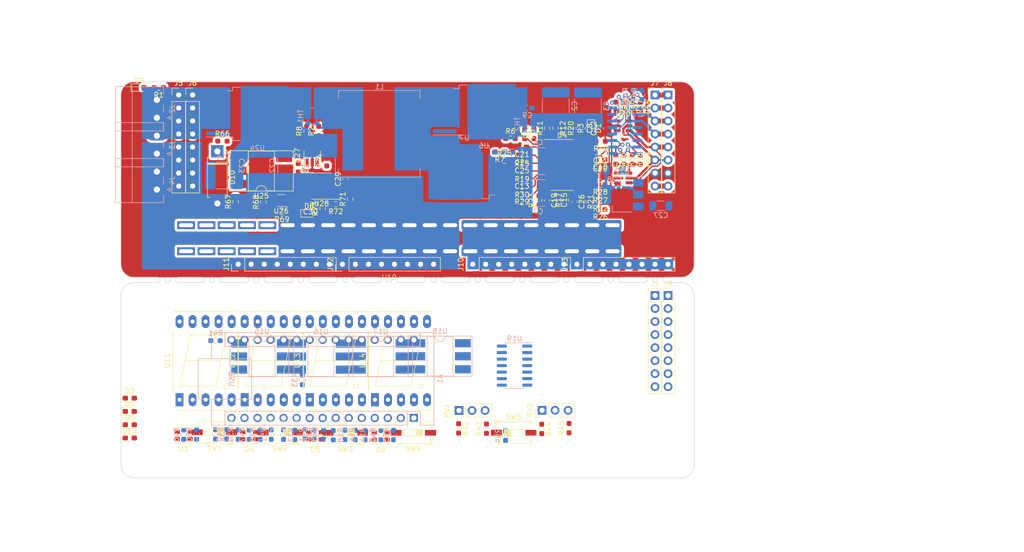
<source format=kicad_pcb>
(kicad_pcb (version 20221018) (generator pcbnew)
  (layers (0 "F.Cu" signal) (31 "B.Cu" signal) (34 "B.Paste" user) (35 "F.Paste" user) (36 "B.SilkS" user "B.Silkscreen") (37 "F.SilkS" user "F.Silkscreen") (38 "B.Mask" user) (39 "F.Mask" user) (44 "Edge.Cuts" user))
  (net 0 "")
  (net 1 "GND")
  (net 2 "Net-(C8-Pad1)")
  (net 3 "/LT8228_BUCK/POST_RSNS1")
  (net 4 "/LT8228_BUCK/BST")
  (net 5 "/LT8228_BUCK/SW")
  (net 6 "/LT8228_BUCK/DRVCC")
  (net 7 "Net-(C12-Pad1)")
  (net 8 "/LT8228_BUCK/ISET1P")
  (net 9 "/LT8228_BUCK/ISET2P")
  (net 10 "/LT8228_BUCK/ISHARE")
  (net 11 "/LT8228_BUCK/TMR")
  (net 12 "/LT8228_BUCK/SS")
  (net 13 "/LT8228_BUCK/VC2")
  (net 14 "Net-(C24-Pad2)")
  (net 15 "/LT8228_BUCK/INTVCC")
  (net 16 "/LT8228_BUCK/DG1")
  (net 17 "/LT8228_BUCK/PRE_RSNS2")
  (net 18 "/LT8228_BUCK/POST_RSNS2")
  (net 19 "/LT8228_BUCK/SNS1P")
  (net 20 "/LT8228_BUCK/SNS1N")
  (net 21 "/LT8228_BUCK/TG")
  (net 22 "Net-(R6-Pad2)")
  (net 23 "/LT8228_BUCK/BG")
  (net 24 "Net-(R7-Pad2)")
  (net 25 "/LT8228_BUCK/DG2")
  (net 26 "/LT8228_BUCK/UV1")
  (net 27 "/LT8228_BUCK/IMON2")
  (net 28 "/LT8228_BUCK/IMON1")
  (net 29 "/LT8228_BUCK/IGND")
  (net 30 "/LT8228_BUCK/SYNC")
  (net 31 "/LT8228_BUCK/RT")
  (net 33 "/LT8228_BUCK/DRXN")
  (net 35 "/LT8228_BUCK/~FAULT")
  (net 37 "/LT8228_BUCK/~REPORT")
  (net 38 "/LT8228_BUCK/FB2")
  (net 39 "/LT8228_BUCK/VC1")
  (net 40 "/LT8228_BUCK/SNS2P")
  (net 41 "/LT8228_BUCK/SNS2N")
  (net 42 "/LT8228_BUCK/BIAS")
  (net 43 "/LT8228_BUCK/ENABLE")
  (net 47 "/HP_COM_33_ENABLE")
  (net 48 "/HP_COM_36_PRESENT")
  (net 49 "+12P")
  (net 50 "Net-(U28A-+)")
  (net 51 "/Load Switch/i_lim")
  (net 54 "/Load Switch/HV_INPUT")
  (net 55 "/SUPPLY_POWER_OUT")
  (net 56 "Net-(R4-Pad2)")
  (net 57 "Net-(R5-Pad1)")
  (net 58 "/LT8228_BUCK/BUCK_OUTPUT")
  (net 59 "/Controller/supply_channel_addr_0")
  (net 60 "/Controller/supply_channel_addr_1")
  (net 68 "Net-(A1-~{RESET}-Pad28)")
  (net 69 "/Controller/sev_seg_A_sink")
  (net 70 "/Controller/sev_seg_B_sink")
  (net 71 "/Controller/sev_seg_C_sink")
  (net 72 "/Controller/sev_seg_D_sink")
  (net 73 "/Controller/sev_seg_E_sink")
  (net 74 "/Controller/sev_seg_F_sink")
  (net 75 "/Controller/sev_seg_G_sink")
  (net 76 "/Controller/button_rtn")
  (net 77 "/Controller/digit_0_enable")
  (net 78 "/Controller/digit_1_enable")
  (net 79 "/Controller/digit_2_enable")
  (net 80 "/Controller/digit_3_enable")
  (net 81 "/Controller/3v3_nano")
  (net 82 "/Controller/knob")
  (net 83 "/Controller/enable_led")
  (net 84 "/Controller/supply_channel_addr_2")
  (net 85 "/Controller/dac_sda")
  (net 86 "/Controller/dac_scl")
  (net 87 "Net-(D3-K)")
  (net 88 "Net-(D4-K)")
  (net 89 "/Controller/5v_nano")
  (net 91 "Net-(D3-RK)")
  (net 92 "/Controller/digit_0_supply")
  (net 94 "Net-(D3-GK)")
  (net 95 "Net-(D4-RK)")
  (net 96 "/Controller/digit_1_supply")
  (net 98 "Net-(D4-GK)")
  (net 99 "Net-(D5-RK)")
  (net 100 "/Controller/digit_2_supply")
  (net 102 "Net-(D5-GK)")
  (net 103 "Net-(D6-RK)")
  (net 104 "/Controller/digit_3_supply")
  (net 106 "Net-(D6-GK)")
  (net 107 "+12V")
  (net 108 "/Controller/sev_seg_A")
  (net 109 "/Controller/sev_seg_B")
  (net 110 "/Controller/sev_seg_C")
  (net 111 "/Controller/sev_seg_D")
  (net 112 "/Controller/sev_seg_E")
  (net 113 "/Controller/sev_seg_F")
  (net 114 "/Controller/sev_seg_G")
  (net 115 "Net-(U12-DP)")
  (net 116 "Net-(R38-Pad2)")
  (net 117 "Net-(R39-Pad2)")
  (net 118 "Net-(R40-Pad2)")
  (net 119 "Net-(R41-Pad2)")
  (net 120 "Net-(R42-Pad1)")
  (net 121 "Net-(R43-Pad2)")
  (net 122 "Net-(R44-Pad1)")
  (net 123 "Net-(R45-Pad2)")
  (net 124 "Net-(R46-Pad1)")
  (net 125 "Net-(R47-Pad1)")
  (net 126 "Net-(R48-Pad1)")
  (net 127 "Net-(R49-Pad1)")
  (net 128 "/Controller/supply_channel_0_fault_n")
  (net 129 "/Controller/supply_channel_1_fault_n")
  (net 130 "/Controller/supply_channel_2_fault_n")
  (net 131 "/Controller/supply_channel_3_fault_n")
  (net 143 "+5P")
  (net 144 "Net-(U23-O0)")
  (net 145 "/v_a0")
  (net 146 "Net-(U23-O1)")
  (net 147 "Net-(U23-O2)")
  (net 148 "Net-(U23-O3)")
  (net 149 "Net-(U23-O4)")
  (net 150 "/i_ao")
  (net 151 "Net-(U23-O5)")
  (net 152 "Net-(U23-O6)")
  (net 153 "Net-(U23-O7)")
  (net 154 "/supply_addr_en")
  (net 155 "Net-(U23-E3)")
  (net 156 "Net-(U23-E2)")
  (net 157 "/output_voltage_setpoint")
  (net 158 "/supply_sda")
  (net 159 "/supply_scl")
  (net 160 "/current_limit_setpoint")
  (net 161 "/supply_addr_0")
  (net 162 "/supply_addr_1")
  (net 163 "/supply_addr_2")
  (net 164 "/Load Switch/gate")
  (net 165 "Net-(R66-Pad2)")
  (net 166 "/Load Switch/close")
  (net 167 "Net-(R68-Pad2)")
  (net 168 "/Load Switch/latch")
  (net 169 "Net-(D5-K)")
  (net 170 "Net-(D12-K)")
  (net 171 "/Load Switch/i_sns_buffer")
  (net 172 "Net-(U28B--)")
  (net 173 "/Load Switch/reset")
  (net 174 "/Load Switch/isns")
  (net 175 "/Controller/extra_analog")
  (net 177 "/Load Switch/5p")
  (net 178 "/Load Switch/enable")
  (net 179 "/extra_analog")
  (net 180 "Net-(D9-A)")
  (footprint "Capacitor_SMD:C_0603_1608Metric_Pad1.08x0.95mm_HandSolder" (layer "F.Cu") (at 83.058 23.114 -90)
    (fp_text reference "C19")
    (fp_text value "C")
  )
  (footprint "Resistor_SMD:R_0603_1608Metric_Pad0.98x0.95mm_HandSolder" (layer "F.Cu") (at 31.3925 25.4 180)
    (fp_text reference "R69")
    (fp_text value "R")
  )
  (footprint "Capacitor_SMD:C_0603_1608Metric_Pad1.08x0.95mm_HandSolder" (layer "F.Cu") (at 84.995954 23.031693 -90)
    (fp_text reference "C15")
    (fp_text value "C")
  )
  (footprint "Capacitor_SMD:C_0603_1608Metric_Pad1.08x0.95mm_HandSolder" (layer "F.Cu") (at 78.21269 12.7 180)
    (fp_text reference "C21")
    (fp_text value "C")
  )
  (footprint "Diode_SMD:D_0603_1608Metric_Pad1.05x0.95mm_HandSolder" (layer "F.Cu") (at 91.653136 9.043827 -90)
    (fp_text reference "D1")
    (fp_text value "D_TVS")
  )
  (footprint "Package_TO_SOT_SMD:SOT-23-6" (layer "F.Cu") (at 97.9225 18.73)
    (fp_text reference "U21")
    (fp_text value "MCP4725xxx-xCH")
  )
  (footprint "Resistor_SMD:R_0603_1608Metric_Pad0.98x0.95mm_HandSolder" (layer "F.Cu") (at 81.534 23.114 90)
    (fp_text reference "R23")
    (fp_text value "R")
  )
  (footprint "Resistor_SMD:R_0603_1608Metric_Pad0.98x0.95mm_HandSolder" (layer "F.Cu") (at 73.857162 13.695884 180)
    (fp_text reference "R7")
    (fp_text value "R")
  )
  (footprint "Resistor_SMD:R_0603_1608Metric_Pad0.98x0.95mm_HandSolder" (layer "F.Cu") (at 93.477552 23.255909 180)
    (fp_text reference "R22")
    (fp_text value "R")
  )
  (footprint "LED_SMD:LED_0603_1608Metric_Pad1.05x0.95mm_HandSolder" (layer "F.Cu") (at 3.626702 1.107459)
    (fp_text reference "D9")
    (fp_text value "LED")
  )
  (footprint "Resistor_SMD:R_0603_1608Metric_Pad0.98x0.95mm_HandSolder" (layer "F.Cu") (at 19.785462 11.547576)
    (fp_text reference "R66")
    (fp_text value "R")
  )
  (footprint "Button_Switch_SMD:SW_DIP_SPSTx01_Slide_6.7x4.1mm_W6.73mm_P2.54mm_LowProfile_JPin" (layer "F.Cu") (at 31.060533 68.348304 180)
    (fp_text reference "SW2")
    (fp_text value "SW_Push")
  )
  (footprint "LED_SMD:LED_Cree-PLCC4_3.2x2.8mm_CCW" (layer "F.Cu") (at 37.86381 69.014029 180)
    (fp_text reference "D5")
    (fp_text value "LED_RABG")
  )
  (footprint "Resistor_SMD:R_0603_1608Metric_Pad0.98x0.95mm_HandSolder" (layer "F.Cu") (at 98.142491 4.87218 -90)
    (fp_text reference "R36")
    (fp_text value "R")
  )
  (footprint "Resistor_SMD:R_0603_1608Metric_Pad0.98x0.95mm_HandSolder" (layer "F.Cu") (at 41.900812 23.857625 180)
    (fp_text reference "R72")
    (fp_text value "R")
  )
  (footprint "Capacitor_SMD:C_0603_1608Metric_Pad1.08x0.95mm_HandSolder" (layer "F.Cu") (at 78.188666 15.853077 180)
    (fp_text reference "C25")
    (fp_text value "C")
  )
  (footprint "AudioJacks:50-44A-30" (layer "F.Cu") (at 12.7 38.1)
    (fp_text reference "U10")
    (fp_text value "~")
  )
  (footprint "Resistor_SMD:R_0603_1608Metric_Pad0.98x0.95mm_HandSolder" (layer "F.Cu") (at 86.735201 23.032238 90)
    (fp_text reference "R17")
    (fp_text value "R")
  )
  (footprint "Connector_PinHeader_2.54mm:PinHeader_1x03_P2.54mm_Vertical" (layer "F.Cu") (at 82.116601 64.038333 90)
    (fp_text reference "RV2")
    (fp_text value "R_Potentiometer")
  )
  (footprint "Resistor_SMD:R_0603_1608Metric_Pad0.98x0.95mm_HandSolder" (layer "F.Cu") (at 74.76179 15.348166)
    (fp_text reference "R25")
    (fp_text value "R")
  )
  (footprint "Capacitor_SMD:C_0603_1608Metric_Pad1.08x0.95mm_HandSolder" (layer "F.Cu") (at 78.204353 14.284382 180)
    (fp_text reference "C24")
    (fp_text value "C")
  )
  (footprint "Resistor_SMD:R_0603_1608Metric_Pad0.98x0.95mm_HandSolder" (layer "F.Cu") (at 75.962379 11.051729)
    (fp_text reference "R6")
    (fp_text value "R")
  )
  (footprint "Diode_SMD:D_SOD-323" (layer "F.Cu") (at 93.447196 13.399305 180)
    (fp_text reference "D2")
    (fp_text value "D")
  )
  (footprint "Resistor_SMD:R_0603_1608Metric_Pad0.98x0.95mm_HandSolder" (layer "F.Cu") (at 82.042 67.6656 -90)
    (fp_text reference "R44")
    (fp_text value "R")
  )
  (footprint "Resistor_SMD:R_0603_1608Metric_Pad0.98x0.95mm_HandSolder" (layer "F.Cu") (at 98.066223 15.138442 -90)
    (fp_text reference "R57")
    (fp_text value "R")
  )
  (footprint "Capacitor_SMD:C_0603_1608Metric_Pad1.08x0.95mm_HandSolder" (layer "F.Cu") (at 89.979757 9.045301 -90)
    (fp_text reference "C8")
    (fp_text value "C")
  )
  (footprint "Capacitor_SMD:C_0603_1608Metric_Pad1.08x0.95mm_HandSolder" (layer "F.Cu") (at 93.473522 15.148948 180)
    (fp_text reference "C10")
    (fp_text value "C")
  )
  (footprint "Diode_THT:D_DO-15_P10.16mm_Horizontal" (layer "F.Cu") (at 18.796 13.547095 -90)
    (fp_text reference "D10")
    (fp_text value "D_TVS")
  )
  (footprint "LED_SMD:LED_Cree-PLCC4_3.2x2.8mm_CCW" (layer "F.Cu") (at 12.228159 68.947325 180)
    (fp_text reference "D3")
    (fp_text value "LED_RABG")
  )
  (footprint "Button_Switch_SMD:SW_DIP_SPSTx01_Slide_6.7x4.1mm_W6.73mm_P2.54mm_LowProfile_JPin" (layer "F.Cu") (at 18.24901 68.310596 180)
    (fp_text reference "SW1")
    (fp_text value "SW_Push")
  )
  (footprint "Capacitor_SMD:C_0603_1608Metric_Pad1.08x0.95mm_HandSolder" (layer "F.Cu") (at 93.435922 18.388647)
    (fp_text reference "C20")
    (fp_text value "C")
  )
  (footprint "Resistor_SMD:R_0603_1608Metric_Pad0.98x0.95mm_HandSolder" (layer "F.Cu") (at 93.47129 21.681585 180)
    (fp_text reference "R27")
    (fp_text value "R")
  )
  (footprint "Capacitor_SMD:C_0603_1608Metric_Pad1.08x0.95mm_HandSolder" (layer "F.Cu") (at 78.188666 18.896346 180)
    (fp_text reference "C13")
    (fp_text value "C")
  )
  (footprint "Capacitor_SMD:C_0603_1608Metric" (layer "F.Cu") (at 36.94529 23.889354 180)
    (fp_text reference "C30")
    (fp_text value "C")
  )
  (footprint "Resistor_SMD:R_0603_1608Metric_Pad0.98x0.95mm_HandSolder" (layer "F.Cu") (at 87.376 67.5113 90)
    (fp_text reference "R45")
    (fp_text value "R")
  )
  (footprint "Resistor_SMD:R_0603_1608Metric_Pad0.98x0.95mm_HandSolder" (layer "F.Cu") (at 101.260503 15.14843 -90)
    (fp_text reference "R59")
    (fp_text value "R")
  )
  (footprint "Button_Switch_SMD:SW_DIP_SPSTx01_Slide_6.7x4.1mm_W6.73mm_P2.54mm_LowProfile_JPin" (layer "F.Cu") (at 57.000273 68.420023 180)
    (fp_text reference "SW4")
    (fp_text value "SW_Push")
  )
  (footprint "Resistor_SMD:R_0603_1608Metric_Pad0.98x0.95mm_HandSolder" (layer "F.Cu") (at 84.732713 9.021113 -90)
    (fp_text reference "R12")
    (fp_text value "R")
  )
  (footprint "Resistor_SMD:R_0603_1608Metric_Pad0.98x0.95mm_HandSolder" (layer "F.Cu") (at 93.470801 24.892 180)
    (fp_text reference "R26")
    (fp_text value "R")
  )
  (footprint "Connector_PinHeader_2.54mm:PinHeader_1x08_P2.54mm_Vertical" (layer "F.Cu") (at 106.68 2.54)
    (fp_text reference "J8")
    (fp_text value "Conn_01x08_Pin")
  )
  (footprint "Resistor_SMD:R_0603_1608Metric_Pad0.98x0.95mm_HandSolder" (layer "F.Cu") (at 78.74 10.16 -90)
    (fp_text reference "R5")
    (fp_text value "R")
  )
  (footprint "Package_SO:SOIC-8_3.9x4.9mm_P1.27mm" (layer "F.Cu") (at 39.116 20.32 180)
    (fp_text reference "U28")
    (fp_text value "LM358")
  )
  (footprint "Resistor_SMD:R_0603_1608Metric_Pad0.98x0.95mm_HandSolder" (layer "F.Cu") (at 96.474153 15.148369 -90)
    (fp_text reference "R56")
    (fp_text value "R")
  )
  (footprint "Resistor_SMD:R_0603_1608Metric_Pad0.98x0.95mm_HandSolder" (layer "F.Cu") (at 22.352 23.368 90)
    (fp_text reference "R67")
    (fp_text value "R")
  )
  (footprint "Resistor_SMD:R_0603_1608Metric_Pad0.98x0.95mm_HandSolder" (layer "F.Cu") (at 71.2724 67.6148 90)
    (fp_text reference "R43")
    (fp_text value "R")
  )
  (footprint "Resistor_SMD:R_0603_1608Metric_Pad0.98x0.95mm_HandSolder" (layer "F.Cu") (at 93.472971 20.061628 180)
    (fp_text reference "R28")
    (fp_text value "R")
  )
  (footprint "Connector_PinHeader_2.54mm:PinHeader_1x08_P2.54mm_Vertical" (layer "F.Cu") (at 104.14 41.656)
    (fp_text reference "J1")
    (fp_text value "Conn_01x08_Pin")
  )
  (footprint "Resistor_SMD:R_0603_1608Metric_Pad0.98x0.95mm_HandSolder" (layer "F.Cu") (at 99.759699 4.856755 -90)
    (fp_text reference "R37")
    (fp_text value "R")
  )
  (footprint "Diode_SMD:D_0603_1608Metric_Pad1.05x0.95mm_HandSolder" (layer "F.Cu") (at 34.559888 16.74314 -90)
    (fp_text reference "D7")
    (fp_text value "D")
  )
  (footprint "Display_7Segment:7SegmentLED_LTS6760_LTS6780" (layer "F.Cu") (at 11.43 61.976 90)
    (fp_text reference "U11")
    (fp_text value "SM420561N")
  )
  (footprint "Button_Switch_SMD:SW_DIP_SPSTx01_Slide_6.7x4.1mm_W6.73mm_P2.54mm_LowProfile_JPin" (layer "F.Cu") (at 43.752441 68.420023 180)
    (fp_text reference "SW3")
    (fp_text value "SW_Push")
  )
  (footprint "LED_SMD:LED_0603_1608Metric_Pad1.05x0.95mm_HandSolder" (layer "F.Cu") (at 1.72 64.256)
    (fp_text reference "D4")
    (fp_text value "LED")
  )
  (footprint "Connector_PinHeader_2.54mm:PinHeader_1x08_P2.54mm_Vertical" (layer "F.Cu") (at 13.97 2.54)
    (fp_text reference "J6")
    (fp_text value "Conn_01x08_Pin")
  )
  (footprint "Connector_PinHeader_2.54mm:PinHeader_1x08_P2.54mm_Vertical" (layer "F.Cu") (at 22.86 35.56 90)
    (fp_text reference "J11")
    (fp_text value "Conn_01x08_Pin")
  )
  (footprint "Display_7Segment:7SegmentLED_LTS6760_LTS6780" (layer "F.Cu") (at 24.13 61.976 90)
    (fp_text reference "U12")
    (fp_text value "SM420561N")
  )
  (footprint "Resistor_SMD:R_0603_1608Metric_Pad0.98x0.95mm_HandSolder" (layer "F.Cu") (at 44.704 22.86 90)
    (fp_text reference "R71")
    (fp_text value "R")
  )
  (footprint "Display_7Segment:7SegmentLED_LTS6760_LTS6780" (layer "F.Cu") (at 36.83 61.976 90)
    (fp_text reference "U13")
    (fp_text value "SM420561N")
  )
  (footprint "Connector_PinHeader_2.54mm:PinHeader_1x08_P2.54mm_Vertical" (layer "F.Cu") (at 88.9 35.56 90)
    (fp_text reference "J13")
    (fp_text value "Conn_01x08_Pin")
  )
  (footprint "Diode_SMD:D_0603_1608Metric_Pad1.05x0.95mm_HandSolder" (layer "F.Cu") (at 36.713003 25.637307)
    (fp_text reference "D8")
    (fp_text value "D")
  )
  (footprint "Resistor_SMD:R_0603_1608Metric_Pad0.98x0.95mm_HandSolder" (layer "F.Cu") (at 27.778054 23.437256 90)
    (fp_text reference "R68")
    (fp_text value "R")
  )
  (footprint "Package_DIP:DIP-6_W8.89mm_SMDSocket_LongPads" (layer "F.Cu") (at 27.368837 17.356452 180)
    (fp_text reference "U25")
    (fp_text value "~")
  )
  (footprint "LED_SMD:LED_Cree-PLCC4_3.2x2.8mm_CCW" (layer "F.Cu") (at 25.017158 68.984998 180)
    (fp_text reference "D4")
    (fp_text value "LED_RABG")
  )
  (footprint "Connector_PinHeader_2.54mm:PinHeader_1x03_P2.54mm_Vertical" (layer "F.Cu") (at 65.921269 64.072992 90)
    (fp_text reference "RV1")
    (fp_text value "R_Potentiometer")
  )
  (footprint "Resistor_SMD:R_0603_1608Metric_Pad0.98x0.95mm_HandSolder" (layer "F.Cu") (at 96.545565 4.861888 -90)
    (fp_text reference "R35")
    (fp_text value "R")
  )
  (footprint "LED_SMD:LED_0603_1608Metric_Pad1.05x0.95mm_HandSolder" (layer "F.Cu") (at 1.72 69.436)
    (fp_text reference "D12")
    (fp_text value "LED")
  )
  (footprint "Package_TO_SOT_SMD:SOT-363_SC-70-6_Handsoldering" (layer "F.Cu") (at 31.233515 23.149296 180)
    (fp_text reference "U26")
    (fp_text value "74LVC1G11")
  )
  (footprint "Capacitor_SMD:C_0603_1608Metric" (layer "F.Cu") (at 43.773779 18.967608 90)
    (fp_text reference "C29")
    (fp_text value "C")
  )
  (footprint "Resistor_SMD:R_0603_1608Metric_Pad0.98x0.95mm_HandSolder" (layer "F.Cu") (at 38.548505 9.591313 90)
    (fp_text reference "R2")
    (fp_text value "R")
  )
  (footprint "Resistor_SMD:R_0603_1608Metric_Pad0.98x0.95mm_HandSolder" (layer "F.Cu") (at 83.140297 9.021113 90)
    (fp_text reference "R11")
    (fp_text value "R")
  )
  (footprint "Connector_PinHeader_2.54mm:PinHeader_1x08_P2.54mm_Vertical" (layer "F.Cu") (at 106.68 41.656)
    (fp_text reference "J9")
    (fp_text value "Conn_01x08_Pin")
  )
  (footprint "Resistor_SMD:R_0603_1608Metric_Pad0.98x0.95mm_HandSolder" (layer "F.Cu") (at 93.53916 11.58982 180)
    (fp_text reference "R10")
    (fp_text value "R")
  )
  (footprint "Capacitor_SMD:C_0603_1608Metric_Pad1.08x0.95mm_HandSolder" (layer "F.Cu") (at 93.462279 16.771226)
    (fp_text reference "C11")
    (fp_text value "C")
  )
  (footprint "Package_TO_SOT_SMD:SOT-23-5_HandSoldering" (layer "F.Cu") (at 37.297405 14.361513 90)
    (fp_text reference "U27")
    (fp_text value "~")
  )
  (footprint "Package_TO_SOT_SMD:SOT-23-6" (layer "F.Cu") (at 97.9225 8.57)
    (fp_text reference "U20")
    (fp_text value "MCP4725xxx-xCH")
  )
  (footprint "Display_7Segment:7SegmentLED_LTS6760_LTS6780" (layer "F.Cu") (at 49.53 61.976 90)
    (fp_text reference "U14")
    (fp_text value "SM420561N")
  )
  (footprint "Resistor_SMD:R_0603_1608Metric_Pad0.98x0.95mm_HandSolder" (layer "F.Cu") (at 78.175353 17.374712)
    (fp_text reference "R15")
    (fp_text value "R")
  )
  (footprint "Connector_PinHeader_2.54mm:PinHeader_1x08_P2.54mm_Vertical" (layer "F.Cu") (at 11.259391 2.54)
    (fp_text reference "J5")
    (fp_text value "Conn_01x08_Pin")
  )
  (footprint "Resistor_SMD:R_0603_1608Metric_Pad0.98x0.95mm_HandSolder" (layer "F.Cu") (at 78.201413 20.417981)
    (fp_text reference "R19")
    (fp_text value "R")
  )
  (footprint "Resistor_SMD:R_0603_1608Metric_Pad0.98x0.95mm_HandSolder" (layer "F.Cu") (at 88.220154 9.044688 -90)
    (fp_text reference "R3")
    (fp_text value "R")
  )
  (footprint "Button_Switch_SMD:SW_DIP_SPSTx01_Slide_6.7x4.1mm_W6.73mm_P2.54mm_LowProfile_JPin" (layer "F.Cu") (at 76.571289 68.405267)
    (fp_text reference "SW5")
    (fp_text value "SW_Push")
  )
  (footprint "Resistor_SMD:R_0603_1608Metric_Pad0.98x0.95mm_HandSolder" (layer "F.Cu") (at 101.336558 4.846615 -90)
    (fp_text reference "R55")
    (fp_text value "R")
  )
  (footprint "Connector_PinHeader_2.54mm:PinHeader_1x08_P2.54mm_Vertical" (layer "F.Cu") (at 43.18 35.56 90)
    (fp_text reference "J12")
    (fp_text value "Conn_01x08_Pin")
  )
  (footprint "Connector_PinHeader_2.54mm:PinHeader_1x08_P2.54mm_Vertical" (layer "F.Cu") (at 68.58 35.56 90)
    (fp_text reference "J10")
    (fp_text value "Conn_01x08_Pin")
  )
  (footprint "LED_SMD:LED_0603_1608Metric_Pad1.05x0.95mm_HandSolder" (layer "F.Cu") (at 1.72 66.846)
    (fp_text reference "D5")
    (fp_text value "LED")
  )
  (footprint "Resistor_SMD:R_0603_1608Metric_Pad0.98x0.95mm_HandSolder" (layer "F.Cu") (at 7.376541 1.117621 180)
    (fp_text reference "R1")
    (fp_text value "R")
  )
  (footprint "Resistor_SMD:R_0603_1608Metric_Pad0.98x0.95mm_HandSolder" (layer "F.Cu") (at 78.201413 23.445563)
    (fp_text reference "R30")
    (fp_text value "R")
  )
  (footprint "Resistor_SMD:R_0603_1608Metric_Pad0.98x0.95mm_HandSolder" (layer "F.Cu") (at 78.185727 21.939615 180)
    (fp_text reference "R29")
    (fp_text value "R")
  )
  (footprint "LED_SMD:LED_Cree-PLCC4_3.2x2.8mm_CCW" (layer "F.Cu") (at 50.646269 69.066976 180)
    (fp_text reference "D6")
    (fp_text value "LED_RABG")
  )
  (footprint "Resistor_SMD:R_0603_1608Metric_Pad0.98x0.95mm_HandSolder" (layer "F.Cu") (at 86.329578 9.034671 -90)
    (fp_text reference "R20")
    (fp_text value "R")
  )
  (footprint "Resistor_SMD:R_0603_1608Metric_Pad0.98x0.95mm_HandSolder" (layer "F.Cu") (at 90.17 23.368 -90)
    (fp_text reference "R21")
    (fp_text value "R")
  )
  (footprint "Resistor_SMD:R_0603_1608Metric_Pad0.98x0.95mm_HandSolder" (layer "F.Cu") (at 80.54218 10.16 90)
    (fp_text reference "R4")
    (fp_text value "R")
  )
  (footprint "LED_SMD:LED_0603_1608Metric_Pad1.05x0.95mm_HandSolder" (layer "F.Cu") (at 1.72 61.666)
    (fp_text reference "D3")
    (fp_text value "LED")
  )
  (footprint "Resistor_SMD:R_0603_1608Metric_Pad0.98x0.95mm_HandSolder" (layer "F.Cu") (at 39.321479 24.724925 90)
    (fp_text reference "R73")
    (fp_text value "R")
  )
  (footprint "Capacitor_SMD:C_0603_1608Metric_Pad1.08x0.95mm_HandSolder" (layer "F.Cu") (at 93.613999 9.067296 90)
    (fp_text reference "C12")
    (fp_text value "C")
  )
  (footprint "Resistor_SMD:R_0603_1608Metric_Pad0.98x0.95mm_HandSolder" (layer "F.Cu") (at 99.69519 15.134012 -90)
    (fp_text reference "R58")
    (fp_text value "R")
  )
  (footprint "Resistor_SMD:R_0603_1608Metric_Pad0.98x0.95mm_HandSolder" (layer "F.Cu") (at 36.206033 9.606221 90)
    (fp_text reference "R8")
    (fp_text value "R")
  )
  (footprint "Resistor_SMD:R_0603_1608Metric_Pad0.98x0.95mm_HandSolder" (layer "F.Cu") (at 65.8368 67.564 -90)
    (fp_text reference "R42")
    (fp_text value "R")
  )
  (footprint "Capacitor_SMD:C_0603_1608Metric_Pad1.08x0.95mm_HandSolder" (layer "F.Cu") (at 88.418933 23.368 -90)
    (fp_text reference "C26")
    (fp_text value "C")
  )
  (footprint "Resistor_SMD:R_0603_1608Metric_Pad0.98x0.95mm_HandSolder" (layer "F.Cu") (at 40.13195 15.462246 90)
    (fp_text reference "R74")
    (fp_text value "R")
  )
  (footprint "Connector_PinHeader_2.54mm:PinHeader_1x08_P2.54mm_Vertical" (layer "F.Cu") (at 104.14 2.54)
    (fp_text reference "J7")
    (fp_text value "Conn_01x08_Pin")
  )
  (footprint "Package_SO:TSSOP-38_4.4x9.7mm_P0.5mm" (layer "F.Cu") (at 86.0375 16.2)
    (fp_text reference "U4")
    (fp_text value "~")
  )
  (footprint "Capacitor_SMD:C_2220_5650Metric_Pad1.97x5.40mm_HandSolder" (layer "B.Cu") (at 84.78732 4.656452 90)
    (fp_text reference "C2")
    (fp_text value "C")
  )
  (footprint "Resistor_SMD:R_0603_1608Metric_Pad0.98x0.95mm_HandSolder" (layer "B.Cu") (at 14.749146 68.760447 -90)
    (fp_text reference "R50")
    (fp_text value "R")
  )
  (footprint "Resistor_SMD:R_0603_1608Metric_Pad0.98x0.95mm_HandSolder" (layer "B.Cu") (at 33.8836 68.834 90)
    (fp_text reference "R31")
    (fp_text value "R")
  )
  (footprint "Resistor_SMD:R_0603_1608Metric_Pad0.98x0.95mm_HandSolder" (layer "B.Cu") (at 22.86 68.7813 -90)
    (fp_text reference "R39")
    (fp_text value "R")
  )
  (footprint "Resistor_SMD:R_0603_1608Metric_Pad0.98x0.95mm_HandSolder" (layer "B.Cu") (at 31.6992 68.7832 90)
    (fp_text reference "R32")
    (fp_text value "R")
  )
  (footprint "Resistor_SMD:R_0603_1608Metric_Pad0.98x0.95mm_HandSolder" (layer "B.Cu") (at 29.3116 68.7832 -90)
    (fp_text reference "R51")
    (fp_text value "R")
  )
  (footprint "Resistor_SMD:R_0603_1608Metric_Pad0.98x0.95mm_HandSolder" (layer "B.Cu") (at 50.667818 68.865852 -90)
    (fp_text reference "R49")
    (fp_text value "R")
  )
  (footprint "Capacitor_SMD:C_2220_5650Metric_Pad1.97x5.40mm_HandSolder" (layer "B.Cu") (at 20.062638 18.238843 180)
    (fp_text reference "C14")
    (fp_text value "C")
  )
  (footprint "Capacitor_SMD:C_2220_5650Metric_Pad1.97x5.40mm_HandSolder" (layer "B.Cu") (at 27.26295 16.332878 -90)
    (fp_text reference "C23")
    (fp_text value "C")
  )
  (footprint "Connector_Phoenix_MC:PhoenixContact_MC_1,5_2-G-3.5_1x02_P3.50mm_Horizontal" (layer "B.Cu") (at 7 14 90)
    (fp_text reference "J3")
    (fp_text value "Conn_01x02_Socket")
  )
  (footprint "Inductor_SMD:L_Coilcraft_XAL1580-102" (layer "B.Cu") (at 50.373572 10.131596 180)
    (fp_text reference "L1")
    (fp_text value "L")
  )
  (footprint "Capacitor_SMD:C_2220_5650Metric_Pad1.97x5.40mm_HandSolder" (layer "B.Cu") (at 81.380741 21.668953)
    (fp_text reference "C7")
    (fp_text value "C")
  )
  (footprint "Resistor_SMD:R_0603_1608Metric_Pad0.98x0.95mm_HandSolder" (layer "B.Cu") (at 43.688 68.834 90)
    (fp_text reference "R16")
    (fp_text value "R")
  )
  (footprint "Connector_Phoenix_MC:PhoenixContact_MC_1,5_2-G-3.5_1x02_P3.50mm_Horizontal" (layer "B.Cu") (at 7 7 90)
    (fp_text reference "J2")
    (fp_text value "Conn_01x02_Socket")
  )
  (footprint "Capacitor_SMD:C_1206_3216Metric_Pad1.33x1.80mm_HandSolder" (layer "B.Cu") (at 105.274679 24.150105)
    (fp_text reference "C27")
    (fp_text value "1uF")
  )
  (footprint "Package_DIP:DIP-6_W8.89mm_SMDSocket_LongPads" (layer "B.Cu") (at 62.229199 53.501097 180)
    (fp_text reference "U18")
    (fp_text value "~")
  )
  (footprint "Resistor_SMD:R_0603_1608Metric_Pad0.98x0.95mm_HandSolder" (layer "B.Cu") (at 39.507763 68.776006 -90)
    (fp_text reference "R52")
    (fp_text value "R")
  )
  (footprint "Connector_Phoenix_MC:PhoenixContact_MC_1,5_2-G-3.5_1x02_P3.50mm_Horizontal" (layer "B.Cu") (at 7 21 90)
    (fp_text reference "J4")
    (fp_text value "Conn_01x02_Socket")
  )
  (footprint "Package_TO_SOT_SMD:TO-263-6" (layer "B.Cu") (at 26.600661 6.243508)
    (fp_text reference "U24")
    (fp_text value "~")
  )
  (footprint "Resistor_SMD:R_0603_1608Metric_Pad0.98x0.95mm_HandSolder" (layer "B.Cu") (at 53.160463 68.857547 -90)
    (fp_text reference "R53")
    (fp_text value "R")
  )
  (footprint "Resistor_SMD:R_0603_1608Metric_Pad0.98x0.95mm_HandSolder" (layer "B.Cu") (at 20.6248 68.7343 -90)
    (fp_text reference "R40")
    (fp_text value "R")
  )
  (footprint "Capacitor_SMD:C_2220_5650Metric_Pad1.97x5.40mm_HandSolder" (layer "B.Cu") (at 81.345445 15.456919 180)
    (fp_text reference "C4")
    (fp_text value "C")
  )
  (footprint "Capacitor_SMD:C_1206_3216Metric_Pad1.33x1.80mm_HandSolder" (layer "B.Cu") (at 96.216768 17.1626)
    (fp_text reference "C28")
    (fp_text value "1uF")
  )
  (footprint "Resistor_SMD:R_0603_1608Metric_Pad0.98x0.95mm_HandSolder" (layer "B.Cu") (at 37.667631 68.778652 -90)
    (fp_text reference "R48")
    (fp_text value "R")
  )
  (footprint "Capacitor_SMD:C_2220_5650Metric_Pad1.97x5.40mm_HandSolder" (layer "B.Cu") (at 91.051747 4.691747 90)
    (fp_text reference "C3")
    (fp_text value "C")
  )
  (footprint "Package_SO:SOIC-16_3.9x9.9mm_P1.27mm" (layer "B.Cu") (at 98.252059 9.525 180)
    (fp_text reference "U23")
    (fp_text value "74LS138")
  )
  (footprint "Resistor_SMD:R_Shunt_Vishay_WSKW0612" (layer "B.Cu") (at 79.625 8.192 -90)
    (fp_text reference "TH2")
    (fp_text value "Thermistor_PTC_4Wire")
  )
  (footprint "Package_DIP:DIP-6_W8.89mm_SMDSocket_LongPads" (layer "B.Cu") (at 38.987914 53.566076 180)
    (fp_text reference "U16")
    (fp_text value "~")
  )
  (footprint "Capacitor_SMD:C_0603_1608Metric_Pad1.08x0.95mm_HandSolder" (layer "B.Cu") (at 79.248 5.08)
    (fp_text reference "C9")
    (fp_text value "C")
  )
  (footprint "Resistor_SMD:R_0603_1608Metric_Pad0.98x0.95mm_HandSolder" (layer "B.Cu") (at 12.224387 68.78141 -90)
    (fp_text reference "R46")
    (fp_text value "R")
  )
  (footprint "Package_TO_SOT_SMD:SOT-223-3_TabPin2" (layer "B.Cu") (at 97.73066 21.969305 180)
    (fp_text reference "U22")
    (fp_text value "~")
  )
  (footprint "Package_TO_SOT_SMD:TO-263-6" (layer "B.Cu") (at 70.772134 5.823671)
    (fp_text reference "U6")
    (fp_text value "~")
  )
  (footprint "Capacitor_SMD:C_2220_5650Metric_Pad1.97x5.40mm_HandSolder" (layer "B.Cu") (at 39.192878 16.262287 -90)
    (fp_text reference "C16")
    (fp_text value "C")
  )
  (footprint "Resistor_SMD:R_0603_1608Metric_Pad0.98x0.95mm_HandSolder" (layer "B.Cu") (at 27.1272 68.7832 -90)
    (fp_text reference "R38")
    (fp_text value "R")
  )
  (footprint "Resistor_SMD:R_0603_1608Metric_Pad0.98x0.95mm_HandSolder" (layer "B.Cu") (at 101.6 2.54 -90)
    (fp_text reference "R61")
    (fp_text value "R")
  )
  (footprint "Resistor_SMD:R_0603_1608Metric_Pad0.98x0.95mm_HandSolder" (layer "B.Cu") (at 47.5996 68.8848 90)
    (fp_text reference "R13")
    (fp_text value "R")
  )
  (footprint "Resistor_SMD:R_0603_1608Metric_Pad0.98x0.95mm_HandSolder" (layer "B.Cu") (at 74.9808 68.9864 -90)
    (fp_text reference "R54")
    (fp_text value "R")
  )
  (footprint "Resistor_SMD:R_0603_1608Metric_Pad0.98x0.95mm_HandSolder" (layer "B.Cu") (at 45.6692 68.857746 90)
    (fp_text reference "R14")
    (fp_text value "R")
  )
  (footprint "Resistor_SMD:R_0603_1608Metric_Pad0.98x0.95mm_HandSolder" (layer "B.Cu") (at 24.9936 68.7832 -90)
    (fp_text reference "R47")
    (fp_text value "R")
  )
  (footprint "Resistor_SMD:R_0603_1608Metric_Pad0.98x0.95mm_HandSolder" (layer "B.Cu") (at 18.4404 50.4444 180)
    (fp_text reference "R41")
    (fp_text value "R")
  )
  (footprint "Resistor_SMD:R_0603_1608Metric_Pad0.98x0.95mm_HandSolder" (layer "B.Cu") (at 99.822 2.494518 -90)
    (fp_text reference "R60")
    (fp_text value "R")
  )
  (footprint "Resistor_SMD:R_0603_1608Metric_Pad0.98x0.95mm_HandSolder" (layer "B.Cu") (at 41.402 68.8848 90)
    (fp_text reference "R18")
    (fp_text value "R")
  )
  (footprint "Package_TO_SOT_SMD:TO-263-6" (layer "B.Cu") (at 66.976404 17.576215 180)
    (fp_text reference "U7")
    (fp_text value "~")
  )
  (footprint "Package_DIP:DIP-6_W8.89mm_SMDSocket_LongPads" (layer "B.Cu") (at 27.502197 53.541638 180)
    (fp_text reference "U15")
    (fp_text value "~")
  )
  (footprint "Resistor_SMD:R_0603_1608Metric_Pad0.98x0.95mm_HandSolder" (layer "B.Cu") (at 18.4404 68.7324 90)
    (fp_text reference "R34")
    (fp_text value "R")
  )
  (footprint "Package_SO:SOIC-14_3.9x8.7mm_P1.27mm" (layer "B.Cu") (at 76.7446 55.3212 180)
    (fp_text reference "U19")
    (fp_text value "74HC00")
  )
  (footprint "Capacitor_SMD:C_2220_5650Metric_Pad1.97x5.40mm_HandSolder" (layer "B.Cu") (at 33.192618 16.297582 -90)
    (fp_text reference "C22")
    (fp_text value "C")
  )
  (footprint "Module:Arduino_Nano" (layer "B.Cu") (at 57.110195 65.535843 90)
    (fp_text reference "A1")
    (fp_text value "Arduino_Nano_Every")
  )
  (footprint "Package_DIP:DIP-6_W8.89mm_SMDSocket_LongPads" (layer "B.Cu") (at 50.644696 53.541638 180)
    (fp_text reference "U17")
    (fp_text value "~")
  )
  (footprint "Resistor_SMD:R_Shunt_Vishay_WSKW0612" (layer "B.Cu") (at 37.321927 6.741814 -90)
    (fp_text reference "TH1")
    (fp_text value "Thermistor_PTC_4Wire")
  )
  (footprint "Resistor_SMD:R_0603_1608Metric_Pad0.98x0.95mm_HandSolder" (layer "B.Cu") (at 35.3568 58.1152 -90)
    (fp_text reference "R33")
    (fp_text value "R")
  )
  (footprint "Resistor_SMD:R_0603_1608Metric_Pad0.98x0.95mm_HandSolder" (layer "B.Cu") (at 35.9156 68.7324 90)
    (fp_text reference "R24")
    (fp_text value "R")
  )
  (gr_line (start 106.172 38.1) (end 109.22 38.1) (stroke (width 0.1)) (layer "Edge.Cuts"))
  (gr_arc (start 17.78 38.1) (mid 18.13921 38.24879) (end 18.288 38.608) (stroke (width 0.1)) (layer "Edge.Cuts"))
  (gr_arc (start 88.9 39.116) (mid 88.392 38.608) (end 88.9 38.1) (stroke (width 0.1)) (layer "Edge.Cuts"))
  (gr_line (start 7.112 38.1) (end 2.54 38.1) (stroke (width 0.1)) (layer "Edge.Cuts"))
  (gr_line (start 2.54 77.216) (end 109.22 77.216) (stroke (width 0.1)) (layer "Edge.Cuts"))
  (gr_arc (start 37.084 39.116) (mid 36.576 38.608) (end 37.084 38.1) (stroke (width 0.1)) (layer "Edge.Cuts"))
  (gr_arc (start 41.656 38.1) (mid 42.01521 38.24879) (end 42.164 38.608) (stroke (width 0.1)) (layer "Edge.Cuts"))
  (gr_arc (start 104.14 39.116) (mid 103.632 38.608) (end 104.14 38.1) (stroke (width 0.1)) (layer "Edge.Cuts"))
  (gr_line (start 102.108 38.1) (end 97.536 38.1) (stroke (width 0.1)) (layer "Edge.Cuts"))
  (gr_arc (start 28.448 39.116) (mid 27.94 38.608) (end 28.448 38.1) (stroke (width 0.1)) (layer "Edge.Cuts"))
  (gr_arc (start 7.112 38.1) (mid 7.47121 38.24879) (end 7.62 38.608) (stroke (width 0.1)) (layer "Edge.Cuts"))
  (gr_arc (start 111.76 74.676) (mid 111.016051 76.472051) (end 109.22 77.216) (stroke (width 0.1)) (layer "Edge.Cuts"))
  (gr_arc (start 7.62 38.608) (mid 7.47121 38.96721) (end 7.112 39.116) (stroke (width 0.1)) (layer "Edge.Cuts"))
  (gr_arc (start 35.052 38.1) (mid 35.41121 38.24879) (end 35.56 38.608) (stroke (width 0.1)) (layer "Edge.Cuts"))
  (gr_arc (start 62.992 39.116) (mid 62.484 38.608) (end 62.992 38.1) (stroke (width 0.1)) (layer "Edge.Cuts"))
  (gr_line (start 2.54 39.116) (end 7.112 39.116) (stroke (width 0.1)) (layer "Edge.Cuts"))
  (gr_arc (start 43.688 39.116) (mid 43.18 38.608) (end 43.688 38.1) (stroke (width 0.1)) (layer "Edge.Cuts"))
  (gr_arc (start 19.812 39.116) (mid 19.304 38.608) (end 19.812 38.1) (stroke (width 0.1)) (layer "Edge.Cuts"))
  (gr_arc (start 52.324 39.116) (mid 51.816 38.608) (end 52.324 38.1) (stroke (width 0.1)) (layer "Edge.Cuts"))
  (gr_arc (start 16.256 38.608) (mid 16.10721 38.96721) (end 15.748 39.116) (stroke (width 0.1)) (layer "Edge.Cuts"))
  (gr_arc (start 33.02 38.1) (mid 33.37921 38.24879) (end 33.528 38.608) (stroke (width 0.1)) (layer "Edge.Cuts"))
  (gr_arc (start 104.648 38.608) (mid 104.49921 38.96721) (end 104.14 39.116) (stroke (width 0.1)) (layer "Edge.Cuts"))
  (gr_arc (start 102.108 38.1) (mid 102.46721 38.24879) (end 102.616 38.608) (stroke (width 0.1)) (layer "Edge.Cuts"))
  (gr_line (start 58.928 38.1) (end 54.356 38.1) (stroke (width 0.1)) (layer "Edge.Cuts"))
  (gr_arc (start 102.616 38.608) (mid 102.46721 38.96721) (end 102.108 39.116) (stroke (width 0.1)) (layer "Edge.Cuts"))
  (gr_arc (start 18.288 38.608) (mid 18.13921 38.96721) (end 17.78 39.116) (stroke (width 0.1)) (layer "Edge.Cuts"))
  (gr_line (start 62.992 39.116) (end 67.564 39.116) (stroke (width 0.1)) (layer "Edge.Cuts"))
  (gr_arc (start 67.564 38.1) (mid 67.92321 38.24879) (end 68.072 38.608) (stroke (width 0.1)) (layer "Edge.Cuts"))
  (gr_line (start 97.536 39.116) (end 102.108 39.116) (stroke (width 0.1)) (layer "Edge.Cuts"))
  (gr_arc (start 42.164 38.608) (mid 42.01521 38.96721) (end 41.656 39.116) (stroke (width 0.1)) (layer "Edge.Cuts"))
  (gr_arc (start 93.98 38.608) (mid 93.83121 38.96721) (end 93.472 39.116) (stroke (width 0.1)) (layer "Edge.Cuts"))
  (gr_line (start 71.628 39.116) (end 76.2 39.116) (stroke (width 0.1)) (layer "Edge.Cuts"))
  (gr_line (start 76.2 38.1) (end 71.628 38.1) (stroke (width 0.1)) (layer "Edge.Cuts"))
  (gr_line (start 109.22 39.116) (end 106.172 39.116) (stroke (width 0.1)) (layer "Edge.Cuts"))
  (gr_arc (start 11.176 39.116) (mid 10.668 38.608) (end 11.176 38.1) (stroke (width 0.1)) (layer "Edge.Cuts"))
  (gr_line (start 19.812 39.116) (end 24.384 39.116) (stroke (width 0.1)) (layer "Edge.Cuts"))
  (gr_arc (start 52.832 38.608) (mid 52.68321 38.96721) (end 52.324 39.116) (stroke (width 0.1)) (layer "Edge.Cuts"))
  (gr_line (start 67.564 38.1) (end 62.992 38.1) (stroke (width 0.1)) (layer "Edge.Cuts"))
  (gr_arc (start 80.264 39.116) (mid 79.756 38.608) (end 80.264 38.1) (stroke (width 0.1)) (layer "Edge.Cuts"))
  (gr_arc (start 76.2 38.1) (mid 76.55921 38.24879) (end 76.708 38.608) (stroke (width 0.1)) (layer "Edge.Cuts"))
  (gr_line (start 24.384 38.1) (end 19.812 38.1) (stroke (width 0.1)) (layer "Edge.Cuts"))
  (gr_arc (start 35.052 39.116) (mid 34.544 38.608) (end 35.052 38.1) (stroke (width 0.1)) (layer "Edge.Cuts"))
  (gr_arc (start 2.54 77.216) (mid 0.743949 76.472051) (end 0 74.676) (stroke (width 0.1)) (layer "Edge.Cuts"))
  (gr_line (start 0 2.54) (end 0 35.56) (stroke (width 0.1)) (layer "Edge.Cuts"))
  (gr_line (start 84.836 38.1) (end 80.264 38.1) (stroke (width 0.1)) (layer "Edge.Cuts"))
  (gr_arc (start 52.324 38.1) (mid 52.68321 38.24879) (end 52.832 38.608) (stroke (width 0.1)) (layer "Edge.Cuts"))
  (gr_arc (start 97.536 39.116) (mid 97.028 38.608) (end 97.536 38.1) (stroke (width 0.1)) (layer "Edge.Cuts"))
  (gr_arc (start 95.504 38.1) (mid 95.86321 38.24879) (end 96.012 38.608) (stroke (width 0.1)) (layer "Edge.Cuts"))
  (gr_arc (start 76.708 38.608) (mid 76.55921 38.96721) (end 76.2 39.116) (stroke (width 0.1)) (layer "Edge.Cuts"))
  (gr_arc (start 58.928 38.1) (mid 59.28721 38.24879) (end 59.436 38.608) (stroke (width 0.1)) (layer "Edge.Cuts"))
  (gr_arc (start 50.292 38.1) (mid 50.65121 38.24879) (end 50.8 38.608) (stroke (width 0.1)) (layer "Edge.Cuts"))
  (gr_line (start 80.264 39.116) (end 84.836 39.116) (stroke (width 0.1)) (layer "Edge.Cuts"))
  (gr_arc (start 9.652 38.608) (mid 9.50321 38.96721) (end 9.144 39.116) (stroke (width 0.1)) (layer "Edge.Cuts"))
  (gr_arc (start 85.344 38.608) (mid 85.19521 38.96721) (end 84.836 39.116) (stroke (width 0.1)) (layer "Edge.Cuts"))
  (gr_arc (start 0 41.656) (mid 0.743949 39.859949) (end 2.54 39.116) (stroke (width 0.1)) (layer "Edge.Cuts"))
  (gr_arc (start 45.72 39.116) (mid 45.212 38.608) (end 45.72 38.1) (stroke (width 0.1)) (layer "Edge.Cuts"))
  (gr_arc (start 9.144 39.116) (mid 8.636 38.608) (end 9.144 38.1) (stroke (width 0.1)) (layer "Edge.Cuts"))
  (gr_arc (start 71.628 39.116) (mid 71.12 38.608) (end 71.628 38.1) (stroke (width 0.1)) (layer "Edge.Cuts"))
  (gr_line (start 0 41.656) (end 0 74.676) (stroke (width 0.1)) (layer "Edge.Cuts"))
  (gr_arc (start 69.596 38.1) (mid 69.95521 38.24879) (end 70.104 38.608) (stroke (width 0.1)) (layer "Edge.Cuts"))
  (gr_arc (start 96.012 38.608) (mid 95.86321 38.96721) (end 95.504 39.116) (stroke (width 0.1)) (layer "Edge.Cuts"))
  (gr_line (start 45.72 39.116) (end 50.292 39.116) (stroke (width 0.1)) (layer "Edge.Cuts"))
  (gr_arc (start 59.436 38.608) (mid 59.28721 38.96721) (end 58.928 39.116) (stroke (width 0.1)) (layer "Edge.Cuts"))
  (gr_arc (start 26.924 38.608) (mid 26.77521 38.96721) (end 26.416 39.116) (stroke (width 0.1)) (layer "Edge.Cuts"))
  (gr_arc (start 26.416 38.1) (mid 26.77521 38.24879) (end 26.924 38.608) (stroke (width 0.1)) (layer "Edge.Cuts"))
  (gr_arc (start 17.78 39.116) (mid 17.272 38.608) (end 17.78 38.1) (stroke (width 0.1)) (layer "Edge.Cuts"))
  (gr_line (start 111.76 74.676) (end 111.76 41.656) (stroke (width 0.1)) (layer "Edge.Cuts"))
  (gr_arc (start 87.376 38.608) (mid 87.22721 38.96721) (end 86.868 39.116) (stroke (width 0.1)) (layer "Edge.Cuts"))
  (gr_arc (start 35.56 38.608) (mid 35.41121 38.96721) (end 35.052 39.116) (stroke (width 0.1)) (layer "Edge.Cuts"))
  (gr_line (start 88.9 39.116) (end 93.472 39.116) (stroke (width 0.1)) (layer "Edge.Cuts"))
  (gr_line (start 33.02 38.1) (end 28.448 38.1) (stroke (width 0.1)) (layer "Edge.Cuts"))
  (gr_arc (start 9.144 38.1) (mid 9.50321 38.24879) (end 9.652 38.608) (stroke (width 0.1)) (layer "Edge.Cuts"))
  (gr_line (start 28.448 39.116) (end 33.02 39.116) (stroke (width 0.1)) (layer "Edge.Cuts"))
  (gr_line (start 15.748 38.1) (end 11.176 38.1) (stroke (width 0.1)) (layer "Edge.Cuts"))
  (gr_line (start 93.472 38.1) (end 88.9 38.1) (stroke (width 0.1)) (layer "Edge.Cuts"))
  (gr_arc (start 70.104 38.608) (mid 69.95521 38.96721) (end 69.596 39.116) (stroke (width 0.1)) (layer "Edge.Cuts"))
  (gr_arc (start 24.384 38.1) (mid 24.74321 38.24879) (end 24.892 38.608) (stroke (width 0.1)) (layer "Edge.Cuts"))
  (gr_arc (start 54.356 39.116) (mid 53.848 38.608) (end 54.356 38.1) (stroke (width 0.1)) (layer "Edge.Cuts"))
  (gr_arc (start 24.892 38.608) (mid 24.74321 38.96721) (end 24.384 39.116) (stroke (width 0.1)) (layer "Edge.Cuts"))
  (gr_line (start 37.084 39.116) (end 41.656 39.116) (stroke (width 0.1)) (layer "Edge.Cuts"))
  (gr_arc (start 84.836 38.1) (mid 85.19521 38.24879) (end 85.344 38.608) (stroke (width 0.1)) (layer "Edge.Cuts"))
  (gr_arc (start 43.688 38.1) (mid 44.04721 38.24879) (end 44.196 38.608) (stroke (width 0.1)) (layer "Edge.Cuts"))
  (gr_arc (start 93.472 38.1) (mid 93.83121 38.24879) (end 93.98 38.608) (stroke (width 0.1)) (layer "Edge.Cuts"))
  (gr_arc (start 68.072 38.608) (mid 67.92321 38.96721) (end 67.564 39.116) (stroke (width 0.1)) (layer "Edge.Cuts"))
  (gr_arc (start 60.96 38.1) (mid 61.31921 38.24879) (end 61.468 38.608) (stroke (width 0.1)) (layer "Edge.Cuts"))
  (gr_arc (start 69.596 39.116) (mid 69.088 38.608) (end 69.596 38.1) (stroke (width 0.1)) (layer "Edge.Cuts"))
  (gr_line (start 50.292 38.1) (end 45.72 38.1) (stroke (width 0.1)) (layer "Edge.Cuts"))
  (gr_arc (start 78.74 38.608) (mid 78.59121 38.96721) (end 78.232 39.116) (stroke (width 0.1)) (layer "Edge.Cuts"))
  (gr_arc (start 15.748 38.1) (mid 16.10721 38.24879) (end 16.256 38.608) (stroke (width 0.1)) (layer "Edge.Cuts"))
  (gr_arc (start 60.96 39.116) (mid 60.452 38.608) (end 60.96 38.1) (stroke (width 0.1)) (layer "Edge.Cuts"))
  (gr_arc (start 111.76 35.56) (mid 111.016051 37.356051) (end 109.22 38.1) (stroke (width 0.1)) (layer "Edge.Cuts"))
  (gr_arc (start 109.22 39.116) (mid 111.016051 39.859949) (end 111.76 41.656) (stroke (width 0.1)) (layer "Edge.Cuts"))
  (gr_arc (start 26.416 39.116) (mid 25.908 38.608) (end 26.416 38.1) (stroke (width 0.1)) (layer "Edge.Cuts"))
  (gr_arc (start 86.868 38.1) (mid 87.22721 38.24879) (end 87.376 38.608) (stroke (width 0.1)) (layer "Edge.Cuts"))
  (gr_arc (start 95.504 39.116) (mid 94.996 38.608) (end 95.504 38.1) (stroke (width 0.1)) (layer "Edge.Cuts"))
  (gr_arc (start 2.54 38.1) (mid 0.743949 37.356051) (end 0 35.56) (stroke (width 0.1)) (layer "Edge.Cuts"))
  (gr_arc (start 50.8 38.608) (mid 50.65121 38.96721) (end 50.292 39.116) (stroke (width 0.1)) (layer "Edge.Cuts"))
  (gr_arc (start 0 2.54) (mid 0.743949 0.743949) (end 2.54 0) (stroke (width 0.1)) (layer "Edge.Cuts"))
  (gr_line (start 109.22 0) (end 2.54 0) (stroke (width 0.1)) (layer "Edge.Cuts"))
  (gr_arc (start 78.232 38.1) (mid 78.59121 38.24879) (end 78.74 38.608) (stroke (width 0.1)) (layer "Edge.Cuts"))
  (gr_line (start 111.76 35.56) (end 111.76 2.54) (stroke (width 0.1)) (layer "Edge.Cuts"))
  (gr_arc (start 86.868 39.116) (mid 86.36 38.608) (end 86.868 38.1) (stroke (width 0.1)) (layer "Edge.Cuts"))
  (gr_arc (start 104.14 38.1) (mid 104.49921 38.24879) (end 104.648 38.608) (stroke (width 0.1)) (layer "Edge.Cuts"))
  (gr_line (start 11.176 39.116) (end 15.748 39.116) (stroke (width 0.1)) (layer "Edge.Cuts"))
  (gr_arc (start 109.22 0) (mid 111.016051 0.743949) (end 111.76 2.54) (stroke (width 0.1)) (layer "Edge.Cuts"))
  (gr_line (start 54.356 39.116) (end 58.928 39.116) (stroke (width 0.1)) (layer "Edge.Cuts"))
  (gr_arc (start 78.232 39.116) (mid 77.724 38.608) (end 78.232 38.1) (stroke (width 0.1)) (layer "Edge.Cuts"))
  (gr_arc (start 33.528 38.608) (mid 33.37921 38.96721) (end 33.02 39.116) (stroke (width 0.1)) (layer "Edge.Cuts"))
  (gr_arc (start 61.468 38.608) (mid 61.31921 38.96721) (end 60.96 39.116) (stroke (width 0.1)) (layer "Edge.Cuts"))
  (gr_arc (start 106.172 39.116) (mid 105.664 38.608) (end 106.172 38.1) (stroke (width 0.1)) (layer "Edge.Cuts"))
  (gr_line (start 41.656 38.1) (end 37.084 38.1) (stroke (width 0.1)) (layer "Edge.Cuts"))
  (gr_arc (start 44.196 38.608) (mid 44.04721 38.96721) (end 43.688 39.116) (stroke (width 0.1)) (layer "Edge.Cuts"))
  (segment (start 88.220154 8.132188) (end 89.929144 8.132188) (width 0.25) (layer "F.Cu") (net 2))
  (segment (start 89.929144 8.132188) (end 89.979757 8.182801) (width 0.25) (layer "F.Cu") (net 2))
  (segment (start 93.536022 14.348948) (end 94.336022 15.148948) (width 0.25) (layer "F.Cu") (net 4))
  (segment (start 91.728027 14.698948) (end 92.078027 14.348948) (width 0.25) (layer "F.Cu") (net 4))
  (segment (start 88.901052 14.698948) (end 91.728027 14.698948) (width 0.25) (layer "F.Cu") (net 4))
  (segment (start 94.485665 13.399305) (end 94.497196 13.399305) (width 0.25) (layer "F.Cu") (net 4))
  (segment (start 92.078027 14.348948) (end 93.536022 14.348948) (width 0.25) (layer "F.Cu") (net 4))
  (segment (start 88.9 14.7) (end 88.901052 14.698948) (width 0.25) (layer "F.Cu") (net 4))
  (segment (start 93.536022 14.348948) (end 94.485665 13.399305) (width 0.25) (layer "F.Cu") (net 4))
  (segment (start 90.515052 15.148948) (end 92.611022 15.148948) (width 0.25) (layer "F.Cu") (net 5))
  (segment (start 88.9 15.7) (end 89.964 15.7) (width 0.25) (layer "F.Cu") (net 5))
  (segment (start 89.964 15.7) (end 90.515052 15.148948) (width 0.25) (layer "F.Cu") (net 5))
  (segment (start 93.399779 15.971226) (end 92.599779 16.771226) (width 0.25) (layer "F.Cu") (net 6))
  (segment (start 94.891305 12.849305) (end 95.198522 13.156522) (width 0.25) (layer "F.Cu") (net 6))
  (segment (start 92.528553 16.7) (end 92.599779 16.771226) (width 0.25) (layer "F.Cu") (net 6))
  (segment (start 88.9 16.7) (end 92.528553 16.7) (width 0.25) (layer "F.Cu") (net 6))
  (segment (start 92.947196 12.849305) (end 94.891305 12.849305) (width 0.25) (layer "F.Cu") (net 6))
  (segment (start 92.397196 13.399305) (end 92.947196 12.849305) (width 0.25) (layer "F.Cu") (net 6))
  (segment (start 95.026774 15.971226) (end 93.399779 15.971226) (width 0.25) (layer "F.Cu") (net 6))
  (segment (start 95.198522 13.156522) (end 95.198522 15.799478) (width 0.25) (layer "F.Cu") (net 6))
  (segment (start 95.198522 15.799478) (end 95.026774 15.971226) (width 0.25) (layer "F.Cu") (net 6))
  (segment (start 94.45166 11.58982) (end 94.45166 10.767457) (width 0.25) (layer "F.Cu") (net 7))
  (segment (start 94.45166 10.767457) (end 93.613999 9.929796) (width 0.25) (layer "F.Cu") (net 7))
  (segment (start 82.047908 17.023908) (end 81.907511 17.164304) (width 0.25) (layer "F.Cu") (net 8))
  (segment (start 81.697104 17.374712) (end 82.047908 17.023908) (width 0.25) (layer "F.Cu") (net 8))
  (segment (start 81.907511 17.391512) (end 80.402677 18.896346) (width 0.25) (layer "F.Cu") (net 8))
  (segment (start 82.371815 16.7) (end 82.047908 17.023908) (width 0.25) (layer "F.Cu") (net 8))
  (segment (start 81.907511 17.164304) (end 81.907511 17.391512) (width 0.25) (layer "F.Cu") (net 8))
  (segment (start 80.402677 18.896346) (end 79.051166 18.896346) (width 0.25) (layer "F.Cu") (net 8))
  (segment (start 79.087853 17.374712) (end 81.697104 17.374712) (width 0.25) (layer "F.Cu") (net 8))
  (segment (start 83.175 16.7) (end 82.371815 16.7) (width 0.25) (layer "F.Cu") (net 8))
  (segment (start 84.2375 17.459315) (end 84.2375 18.322919) (width 0.25) (layer "F.Cu") (net 9))
  (segment (start 84.2375 18.322919) (end 84.6875 18.772919) (width 0.25) (layer "F.Cu") (net 9))
  (segment (start 83.175 17.2) (end 83.978185 17.2) (width 0.25) (layer "F.Cu") (net 9))
  (segment (start 84.687499 21.127084) (end 84.6125 21.202082) (width 0.25) (layer "F.Cu") (net 9))
  (segment (start 83.978185 17.2) (end 84.2375 17.459315) (width 0.25) (layer "F.Cu") (net 9))
  (segment (start 84.6125 21.202082) (end 84.6125 22.119738) (width 0.25) (layer "F.Cu") (net 9))
  (segment (start 84.6875 18.772919) (end 84.687499 21.127084) (width 0.25) (layer "F.Cu") (net 9))
  (segment (start 84.6125 22.119738) (end 86.735201 22.119738) (width 0.25) (layer "F.Cu") (net 9))
  (segment (start 84.526004 24.757238) (end 87.205696 24.757238) (width 0.25) (layer "F.Cu") (net 10))
  (segment (start 87.948438 23.368) (end 89.2575 23.368) (width 0.25) (layer "F.Cu") (net 10))
  (segment (start 82.1125 21.306) (end 83.058 22.2515) (width 0.25) (layer "F.Cu") (net 10))
  (segment (start 83.058 22.2515) (end 83.058 22.643505) (width 0.25) (layer "F.Cu") (net 10))
  (segment (start 82.371815 19.7) (end 82.1125 19.959315) (width 0.25) (layer "F.Cu") (net 10))
  (segment (start 87.618933 23.697505) (end 87.948438 23.368) (width 0.25) (layer "F.Cu") (net 10))
  (segment (start 83.175 19.7) (end 82.371815 19.7) (width 0.25) (layer "F.Cu") (net 10))
  (segment (start 82.1125 19.959315) (end 82.1125 21.306) (width 0.25) (layer "F.Cu") (net 10))
  (segment (start 84.074 24.305234) (end 84.526004 24.757238) (width 0.25) (layer "F.Cu") (net 10))
  (segment (start 87.205696 24.757238) (end 87.618933 24.344001) (width 0.25) (layer "F.Cu") (net 10))
  (segment (start 84.074 23.659505) (end 84.074 24.305234) (width 0.25) (layer "F.Cu") (net 10))
  (segment (start 83.058 22.643505) (end 84.074 23.659505) (width 0.25) (layer "F.Cu") (net 10))
  (segment (start 89.2575 23.368) (end 90.17 24.2805) (width 0.25) (layer "F.Cu") (net 10))
  (segment (start 87.618933 24.344001) (end 87.618933 23.697505) (width 0.25) (layer "F.Cu") (net 10))
  (segment (start 91.011385 18.462616) (end 92.499453 18.462616) (width 0.25) (layer "F.Cu") (net 11))
  (segment (start 88.9 17.7) (end 90.248769 17.7) (width 0.25) (layer "F.Cu") (net 11))
  (segment (start 90.248769 17.7) (end 91.011385 18.462616) (width 0.25) (layer "F.Cu") (net 11))
  (segment (start 92.499453 18.462616) (end 92.573422 18.388647) (width 0.25) (layer "F.Cu") (net 11))
  (segment (start 82.371815 15.7) (end 82.1125 15.440685) (width 0.25) (layer "F.Cu") (net 12))
  (segment (start 82.1125 13.7865) (end 81.026 12.7) (width 0.25) (layer "F.Cu") (net 12))
  (segment (start 83.175 15.7) (end 82.371815 15.7) (width 0.25) (layer "F.Cu") (net 12))
  (segment (start 82.1125 15.440685) (end 82.1125 13.7865) (width 0.25) (layer "F.Cu") (net 12))
  (segment (start 81.026 12.7) (end 79.07519 12.7) (width 0.25) (layer "F.Cu") (net 12))
  (segment (start 82.235419 16.2) (end 81.91271 15.87729) (width 0.25) (layer "F.Cu") (net 13))
  (segment (start 81.888497 15.853077) (end 81.91271 15.87729) (width 0.25) (layer "F.Cu") (net 13))
  (segment (start 79.051166 15.853077) (end 81.888497 15.853077) (width 0.25) (layer "F.Cu") (net 13))
  (segment (start 83.175 16.2) (end 82.235419 16.2) (width 0.25) (layer "F.Cu") (net 13))
  (segment (start 80.692593 14.284382) (end 79.066853 14.284382) (width 0.25) (layer "F.Cu") (net 13))
  (segment (start 81.6625 15.254289) (end 80.692593 14.284382) (width 0.25) (layer "F.Cu") (net 13))
  (segment (start 81.6625 15.627081) (end 81.6625 15.254289) (width 0.25) (layer "F.Cu") (net 13))
  (segment (start 81.91271 15.87729) (end 81.6625 15.627081) (width 0.25) (layer "F.Cu") (net 13))
  (segment (start 84.2375 20.940685) (end 84.1625 21.015684) (width 0.25) (layer "F.Cu") (net 15))
  (segment (start 88.9 20.2) (end 88.096815 20.2) (width 0.25) (layer "F.Cu") (net 15))
  (segment (start 87.8375 20.940685) (end 87.884 20.987185) (width 0.25) (layer "F.Cu") (net 15))
  (segment (start 87.376 22.86) (end 88.064433 22.86) (width 0.25) (layer "F.Cu") (net 15))
  (segment (start 87.8375 21.924067) (end 88.418933 22.5055) (width 0.25) (layer "F.Cu") (net 15))
  (segment (start 84.245693 23.031693) (end 87.204307 23.031693) (width 0.25) (layer "F.Cu") (net 15))
  (segment (start 87.8375 20.459315) (end 87.8375 20.940685) (width 0.25) (layer "F.Cu") (net 15))
  (segment (start 84.1625 21.015684) (end 84.1625 22.9485) (width 0.25) (layer "F.Cu") (net 15))
  (segment (start 87.8375 20.940685) (end 87.8375 21.924067) (width 0.25) (layer "F.Cu") (net 15))
  (segment (start 88.064433 22.86) (end 88.418933 22.5055) (width 0.25) (layer "F.Cu") (net 15))
  (segment (start 84.2375 18.959315) (end 84.2375 20.940685) (width 0.25) (layer "F.Cu") (net 15))
  (segment (start 83.175 18.7) (end 83.978185 18.7) (width 0.25) (layer "F.Cu") (net 15))
  (segment (start 87.204307 23.031693) (end 87.376 22.86) (width 0.25) (layer "F.Cu") (net 15))
  (segment (start 83.978185 18.7) (end 84.2375 18.959315) (width 0.25) (layer "F.Cu") (net 15))
  (segment (start 88.096815 20.2) (end 87.8375 20.459315) (width 0.25) (layer "F.Cu") (net 15))
  (segment (start 84.1625 22.9485) (end 84.245693 23.031693) (width 0.25) (layer "F.Cu") (net 15))
  (segment (start 90.154 11.7) (end 91.653136 10.200864) (width 0.25) (layer "F.Cu") (net 16))
  (segment (start 88.220154 9.957188) (end 88.220154 11.020154) (width 0.25) (layer "F.Cu") (net 16))
  (segment (start 88.220154 11.020154) (end 88.9 11.7) (width 0.25) (layer "F.Cu") (net 16))
  (segment (start 91.653136 10.200864) (end 91.653136 9.918827) (width 0.25) (layer "F.Cu") (net 16))
  (segment (start 88.9 11.7) (end 90.154 11.7) (width 0.25) (layer "F.Cu") (net 16))
  (segment (start 81.16968 11.7) (end 80.54218 11.0725) (width 0.25) (layer "F.Cu") (net 19))
  (segment (start 83.175 11.7) (end 81.16968 11.7) (width 0.25) (layer "F.Cu") (net 19))
  (segment (start 83.175 12.2) (end 82.371815 12.2) (width 0.25) (layer "F.Cu") (net 20))
  (segment (start 80.336685 12.15) (end 79.259185 11.0725) (width 0.25) (layer "F.Cu") (net 20))
  (segment (start 82.371815 12.2) (end 82.321815 12.15) (width 0.25) (layer "F.Cu") (net 20))
  (segment (start 82.321815 12.15) (end 80.336685 12.15) (width 0.25) (layer "F.Cu") (net 20))
  (segment (start 79.259185 11.0725) (end 78.74 11.0725) (width 0.25) (layer "F.Cu") (net 20))
  (segment (start 93.435922 17.918152) (end 93.435922 25.297374) (width 0.25) (layer "F.Cu") (net 23))
  (segment (start 93.435922 25.297374) (end 93.041296 25.692) (width 0.25) (layer "F.Cu") (net 23))
  (segment (start 93.106417 17.588647) (end 93.435922 17.918152) (width 0.25) (layer "F.Cu") (net 23))
  (segment (start 88.9 17.2) (end 91.65178 17.2) (width 0.25) (layer "F.Cu") (net 23))
  (segment (start 91.65178 17.2) (end 92.040427 17.588647) (width 0.25) (layer "F.Cu") (net 23))
  (segment (start 93.041296 25.692) (end 92.71 25.692) (width 0.25) (layer "F.Cu") (net 23))
  (segment (start 92.040427 17.588647) (end 93.106417 17.588647) (width 0.25) (layer "F.Cu") (net 23))
  (segment (start 88.9 13.2) (end 91.01648 13.2) (width 0.25) (layer "F.Cu") (net 25))
  (segment (start 91.01648 13.2) (end 92.62666 11.58982) (width 0.25) (layer "F.Cu") (net 25))
  (segment (start 84.328 10.338326) (end 84.732713 9.933613) (width 0.25) (layer "F.Cu") (net 26))
  (segment (start 84.2375 12.440685) (end 84.2375 10.5045) (width 0.25) (layer "F.Cu") (net 26))
  (segment (start 83.847613 9.933613) (end 84.328 10.414) (width 0.25) (layer "F.Cu") (net 26))
  (segment (start 84.328 10.414) (end 84.328 10.338326) (width 0.25) (layer "F.Cu") (net 26))
  (segment (start 84.2375 10.5045) (end 84.328 10.414) (width 0.25) (layer "F.Cu") (net 26))
  (segment (start 83.978185 12.7) (end 84.2375 12.440685) (width 0.25) (layer "F.Cu") (net 26))
  (segment (start 83.140297 9.933613) (end 83.847613 9.933613) (width 0.25) (layer "F.Cu") (net 26))
  (segment (start 83.175 12.7) (end 83.978185 12.7) (width 0.25) (layer "F.Cu") (net 26))
  (segment (start 80.420019 20.417981) (end 79.113913 20.417981) (width 0.25) (layer "F.Cu") (net 27))
  (segment (start 80.7625 20.0755) (end 80.420019 20.417981) (width 0.25) (layer "F.Cu") (net 27))
  (segment (start 83.175 17.7) (end 82.235419 17.7) (width 0.25) (layer "F.Cu") (net 27))
  (segment (start 80.7625 19.172919) (end 80.7625 20.0755) (width 0.25) (layer "F.Cu") (net 27))
  (segment (start 82.235419 17.7) (end 80.7625 19.172919) (width 0.25) (layer "F.Cu") (net 27))
  (segment (start 83.978185 13.7) (end 84.6875 12.990685) (width 0.25) (layer "F.Cu") (net 28))
  (segment (start 85.203208 10.746113) (end 86.00215 9.947171) (width 0.25) (layer "F.Cu") (net 28))
  (segment (start 83.175 13.7) (end 83.978185 13.7) (width 0.25) (layer "F.Cu") (net 28))
  (segment (start 86.00215 9.947171) (end 86.329578 9.947171) (width 0.25) (layer "F.Cu") (net 28))
  (segment (start 84.6875 10.746113) (end 85.203208 10.746113) (width 0.25) (layer "F.Cu") (net 28))
  (segment (start 84.6875 12.990685) (end 84.6875 10.746113) (width 0.25) (layer "F.Cu") (net 28))
  (segment (start 88.9 20.7) (end 88.9 21.1855) (width 0.25) (layer "F.Cu") (net 29))
  (segment (start 88.9 21.1855) (end 90.17 22.4555) (width 0.25) (layer "F.Cu") (net 29))
  (segment (start 90.4125 20.436896) (end 91.74629 21.770686) (width 0.25) (layer "F.Cu") (net 30))
  (segment (start 89.839581 19.2) (end 90.4125 19.772919) (width 0.25) (layer "F.Cu") (net 30))
  (segment (start 88.9 19.2) (end 89.839581 19.2) (width 0.25) (layer "F.Cu") (net 30))
  (segment (start 91.74629 21.770686) (end 91.74629 22.437147) (width 0.25) (layer "F.Cu") (net 30))
  (segment (start 90.4125 19.772919) (end 90.4125 20.436896) (width 0.25) (layer "F.Cu") (net 30))
  (segment (start 91.74629 22.437147) (end 92.565052 23.255909) (width 0.25) (layer "F.Cu") (net 30))
  (segment (start 81.6625 19.772919) (end 81.6625 22.073) (width 0.25) (layer "F.Cu") (net 31))
  (segment (start 82.235419 19.2) (end 81.6625 19.772919) (width 0.25) (layer "F.Cu") (net 31))
  (segment (start 81.6625 22.073) (end 81.534 22.2015) (width 0.25) (layer "F.Cu") (net 31))
  (segment (start 83.175 19.2) (end 82.235419 19.2) (width 0.25) (layer "F.Cu") (net 31))
  (segment (start 91.29629 23.666879) (end 92.558301 24.92889) (width 0.25) (layer "F.Cu") (net 33))
  (segment (start 91.29629 21.957082) (end 91.29629 23.666879) (width 0.25) (layer "F.Cu") (net 33))
  (segment (start 89.703185 19.7) (end 89.9625 19.959315) (width 0.25) (layer "F.Cu") (net 33))
  (segment (start 89.9625 20.623292) (end 91.29629 21.957082) (width 0.25) (layer "F.Cu") (net 33))
  (segment (start 89.9625 19.959315) (end 89.9625 20.623292) (width 0.25) (layer "F.Cu") (net 33))
  (segment (start 88.9 19.7) (end 89.703185 19.7) (width 0.25) (layer "F.Cu") (net 33))
  (segment (start 90.8625 20.2505) (end 92.293585 21.681585) (width 0.25) (layer "F.Cu") (net 35))
  (segment (start 88.9 18.7) (end 89.975977 18.7) (width 0.25) (layer "F.Cu") (net 35))
  (segment (start 89.975977 18.7) (end 90.8625 19.586523) (width 0.25) (layer "F.Cu") (net 35))
  (segment (start 92.293585 21.681585) (end 92.55879 21.681585) (width 0.25) (layer "F.Cu") (net 35))
  (segment (start 90.8625 19.586523) (end 90.8625 20.2505) (width 0.25) (layer "F.Cu") (net 35))
  (segment (start 88.9 18.2) (end 90.112373 18.2) (width 0.25) (layer "F.Cu") (net 37))
  (segment (start 91.44 20.066) (end 91.444372 20.061628) (width 0.25) (layer "F.Cu") (net 37))
  (segment (start 90.112373 18.2) (end 91.3125 19.400127) (width 0.25) (layer "F.Cu") (net 37))
  (segment (start 91.444372 20.061628) (end 92.560471 20.061628) (width 0.25) (layer "F.Cu") (net 37))
  (segment (start 91.3125 19.400127) (end 91.3125 19.9385) (width 0.25) (layer "F.Cu") (net 37))
  (segment (start 91.3125 19.9385) (end 91.44 20.066) (width 0.25) (layer "F.Cu") (net 37))
  (segment (start 79.113913 21.955301) (end 79.098227 21.939615) (width 0.25) (layer "F.Cu") (net 38))
  (segment (start 83.175 18.2) (end 82.371815 18.2) (width 0.25) (layer "F.Cu") (net 38))
  (segment (start 79.113913 23.445563) (end 79.113913 21.955301) (width 0.25) (layer "F.Cu") (net 38))
  (segment (start 79.191476 23.368) (end 79.113913 23.445563) (width 0.25) (layer "F.Cu") (net 38))
  (segment (start 80.354885 21.939615) (end 79.098227 21.939615) (width 0.25) (layer "F.Cu") (net 38))
  (segment (start 82.371815 18.2) (end 81.2125 19.359315) (width 0.25) (layer "F.Cu") (net 38))
  (segment (start 81.2125 21.082) (end 80.354885 21.939615) (width 0.25) (layer "F.Cu") (net 38))
  (segment (start 81.2125 19.359315) (end 81.2125 21.082) (width 0.25) (layer "F.Cu") (net 38))
  (segment (start 92.453136 10.439322) (end 92.453136 8.968827) (width 0.25) (layer "F.Cu") (net 49))
  (segment (start 92.453136 8.968827) (end 91.653136 8.168827) (width 0.25) (layer "F.Cu") (net 49))
  (segment (start 88.9 12.2) (end 90.692458 12.2) (width 0.25) (layer "F.Cu") (net 49))
  (segment (start 88.9 12.7) (end 88.9 12.2) (width 0.25) (layer "F.Cu") (net 49))
  (segment (start 90.692458 12.2) (end 92.453136 10.439322) (width 0.25) (layer "F.Cu") (net 49))
  (segment (start 104.14 20.32) (end 106.68 20.32) (width 1) (layer "F.Cu") (net 107))
  (segment (start 94.742 4.318) (end 94.742 4.572) (width 0.25) (layer "F.Cu") (net 143))
  (segment (start 97.536 20.574) (end 97.536 20.431) (width 0.45) (layer "F.Cu") (net 143))
  (segment (start 95.504 5.334) (end 95.504 8.623251) (width 0.25) (layer "F.Cu") (net 143))
  (segment (start 94.742 4.572) (end 95.504 5.334) (width 0.25) (layer "F.Cu") (net 143))
  (segment (start 96.785 9.52) (end 95.674153 10.630847) (width 0.25) (layer "F.Cu") (net 143))
  (segment (start 95.504 8.623251) (end 96.400749 9.52) (width 0.25) (layer "F.Cu") (net 143))
  (segment (start 95.674153 10.630847) (end 95.674153 18.953404) (width 0.25) (layer "F.Cu") (net 143))
  (segment (start 96.400749 9.52) (end 96.785 9.52) (width 0.25) (layer "F.Cu") (net 143))
  (segment (start 95.674153 18.953404) (end 96.400749 19.68) (width 0.25) (layer "F.Cu") (net 143))
  (segment (start 96.52 20.574) (end 96.52 19.945) (width 0.45) (layer "F.Cu") (net 143))
  (segment (start 96.52 19.945) (end 96.785 19.68) (width 0.45) (layer "F.Cu") (net 143))
  (segment (start 96.400749 19.68) (end 96.785 19.68) (width 0.25) (layer "F.Cu") (net 143))
  (segment (start 97.536 20.431) (end 96.785 19.68) (width 0.45) (layer "F.Cu") (net 143))
  (via (at 97.536 20.574) (size 0.8) (drill 0.4) (layers "F.Cu" "B.Cu") (net 143))
  (via (at 94.742 4.318) (size 0.8) (drill 0.4) (layers "F.Cu" "B.Cu") (net 143))
  (via (at 96.52 20.574) (size 0.8) (drill 0.4) (layers "F.Cu" "B.Cu") (net 143))
  (segment (start 94.654268 17.1626) (end 94.58066 17.236208) (width 0.45) (layer "B.Cu") (net 143))
  (segment (start 97.536 20.574) (end 96.52 20.574) (width 0.45) (layer "B.Cu") (net 143))
  (segment (start 99.185355 20.574) (end 97.536 20.574) (width 0.45) (layer "B.Cu") (net 143))
  (segment (start 95.504 5.08) (end 95.777059 5.08) (width 0.25) (layer "B.Cu") (net 143))
  (segment (start 94.742 4.318) (end 95.504 5.08) (width 0.25) (layer "B.Cu") (net 143))
  (segment (start 100.88066 21.969305) (end 99.75566 20.844305) (width 0.45) (layer "B.Cu") (net 143))
  (segment (start 99.75566 20.844305) (end 99.45566 20.844305) (width 0.45) (layer "B.Cu") (net 143))
  (segment (start 99.45566 20.844305) (end 99.185355 20.574) (width 0.45) (layer "B.Cu") (net 143))
  (segment (start 96.52 20.574) (end 95.975965 20.574) (width 0.45) (layer "B.Cu") (net 143))
  (segment (start 94.58066 17.236208) (end 94.58066 21.969305) (width 0.45) (layer "B.Cu") (net 143))
  (segment (start 95.975965 20.574) (end 94.58066 21.969305) (width 0.45) (layer "B.Cu") (net 143))
  (segment (start 95.758 4.064) (end 95.872612 3.949388) (width 0.25) (layer "F.Cu") (net 144))
  (segment (start 95.872612 3.949388) (end 96.545565 3.949388) (width 0.25) (layer "F.Cu") (net 144))
  (via (at 95.758 4.064) (size 0.8) (drill 0.4) (layers "F.Cu" "B.Cu") (net 144))
  (segment (start 95.758 4.064) (end 96.40781 4.064) (width 0.25) (layer "B.Cu") (net 144))
  (segment (start 97.077059 5.426751) (end 96.15381 6.35) (width 0.25) (layer "B.Cu") (net 144))
  (segment (start 96.15381 6.35) (end 95.777059 6.35) (width 0.25) (layer "B.Cu") (net 144))
  (segment (start 97.077059 4.733249) (end 97.077059 5.426751) (width 0.25) (layer "B.Cu") (net 144))
  (segment (start 96.40781 4.064) (end 97.077059 4.733249) (width 0.25) (layer "B.Cu") (net 144))
  (segment (start 99.06 7.62) (end 99.06 5.774388) (width 0.45) (layer "F.Cu") (net 145))
  (segment (start 96.545565 5.774388) (end 99.06 5.774388) (width 0.45) (layer "F.Cu") (net 145))
  (segment (start 101.321285 5.774388) (end 101.336558 5.759115) (width 0.45) (layer "F.Cu") (net 145))
  (segment (start 99.06 5.774388) (end 101.321285 5.774388) (width 0.45) (layer "F.Cu") (net 145))
  (segment (start 97.077656 2.915943) (end 97.098754 2.915943) (width 0.25) (layer "F.Cu") (net 146))
  (segment (start 97.098754 2.915943) (end 98.142491 3.95968) (width 0.25) (layer "F.Cu") (net 146))
  (via (at 97.077656 2.915943) (size 0.8) (drill 0.4) (layers "F.Cu" "B.Cu") (net 146))
  (segment (start 97.077656 2.915943) (end 97.536 3.374287) (width 0.25) (layer "B.Cu") (net 146))
  (segment (start 97.536 6.23781) (end 96.15381 7.62) (width 0.25) (layer "B.Cu") (net 146))
  (segment (start 96.15381 7.62) (end 95.777059 7.62) (width 0.25) (layer "B.Cu") (net 146))
  (segment (start 97.536 3.374287) (end 97.536 6.23781) (width 0.25) (layer "B.Cu") (net 146))
  (segment (start 98.389429 2.573985) (end 99.759699 3.944255) (width 0.25) (layer "F.Cu") (net 147))
  (segment (start 98.389429 2.570817) (end 98.389429 2.573985) (width 0.25) (layer "F.Cu") (net 147))
  (via (at 98.389429 2.570817) (size 0.8) (drill 0.4) (layers "F.Cu" "B.Cu") (net 147))
  (segment (start 97.986 2.974246) (end 97.986 7.05781) (width 0.25) (layer "B.Cu") (net 147))
  (segment (start 96.15381 8.89) (end 95.777059 8.89) (width 0.25) (layer "B.Cu") (net 147))
  (segment (start 97.986 7.05781) (end 96.15381 8.89) (width 0.25) (layer "B.Cu") (net 147))
  (segment (start 98.389429 2.570817) (end 97.986 2.974246) (width 0.25) (layer "B.Cu") (net 147))
  (segment (start 101.336558 3.155818) (end 100.67245 2.49171) (width 0.25) (layer "F.Cu") (net 148))
  (segment (start 101.336558 3.934115) (end 101.336558 3.155818) (width 0.25) (layer "F.Cu") (net 148))
  (via (at 100.675838 2.49171) (size 0.8) (drill 0.4) (layers "F.Cu" "B.Cu") (net 148))
  (via (at 100.67245 2.49171) (size 0.8) (drill 0.4) (layers "F.Cu" "B.Cu") (net 148))
  (segment (start 100.675838 2.49171) (end 100.67245 2.49171) (width 0.25) (layer "B.Cu") (net 148))
  (segment (start 99.022 3.570622) (end 99.022 2.924023) (width 0.25) (layer "B.Cu") (net 148))
  (segment (start 96.15381 10.16) (end 98.436 7.87781) (width 0.25) (layer "B.Cu") (net 148))
  (segment (start 98.436 7.87781) (end 98.436 4.156622) (width 0.25) (layer "B.Cu") (net 148))
  (segment (start 100.418396 2.49171) (end 100.675838 2.49171) (width 0.25) (layer "B.Cu") (net 148))
  (segment (start 100.67245 2.745764) (end 100.641964 2.715278) (width 0.25) (layer "B.Cu") (net 148))
  (segment (start 100.521204 2.594518) (end 100.418396 2.49171) (width 0.25) (layer "B.Cu") (net 148))
  (segment (start 99.022 2.924023) (end 99.351505 2.594518) (width 0.25) (layer "B.Cu") (net 148))
  (segment (start 100.67245 2.49171) (end 100.67245 2.745764) (width 0.25) (layer "B.Cu") (net 148))
  (segment (start 95.777059 10.16) (end 96.15381 10.16) (width 0.25) (layer "B.Cu") (net 148))
  (segment (start 99.351505 2.594518) (end 100.521204 2.594518) (width 0.25) (layer "B.Cu") (net 148))
  (segment (start 98.436 4.156622) (end 99.022 3.570622) (width 0.25) (layer "B.Cu") (net 148))
  (segment (start 97.341917 12.235442) (end 96.474153 13.103206) (width 0.25) (layer "F.Cu") (net 149))
  (segment (start 97.79 12.235442) (end 97.341917 12.235442) (width 0.25) (layer "F.Cu") (net 149))
  (segment (start 96.474153 13.103206) (end 96.474153 14.235869) (width 0.25) (layer "F.Cu") (net 149))
  (via (at 97.79 12.235442) (size 0.8) (drill 0.4) (layers "F.Cu" "B.Cu") (net 149))
  (segment (start 97.607829 12.053271) (end 97.33404 12.053271) (width 0.25) (layer "B.Cu") (net 149))
  (segment (start 97.33404 12.053271) (end 96.710769 11.43) (width 0.25) (layer "B.Cu") (net 149))
  (segment (start 97.33404 12.053271) (end 97.314257 12.033488) (width 0.25) (layer "B.Cu") (net 149))
  (segment (start 96.710769 11.43) (end 95.777059 11.43) (width 0.25) (layer "B.Cu") (net 149))
  (segment (start 97.79 12.235442) (end 97.607829 12.053271) (width 0.25) (layer "B.Cu") (net 149))
  (segment (start 99.06 16.060869) (end 101.260442 16.060869) (width 0.45) (layer "F.Cu") (net 150))
  (segment (start 99.06 17.78) (end 99.06 16.060869) (width 0.45) (layer "F.Cu") (net 150))
  (segment (start 96.474153 16.060869) (end 99.06 16.060869) (width 0.45) (layer "F.Cu") (net 150))
  (segment (start 101.260442 16.060869) (end 101.260503 16.06093) (width 0.45) (layer "F.Cu") (net 150))
  (segment (start 97.357164 13.516883) (end 98.066223 14.225942) (width 0.25) (layer "F.Cu") (net 151))
  (segment (start 97.357164 13.2455) (end 97.357164 13.516883) (width 0.25) (layer "F.Cu") (net 151))
  (via (at 97.357164 13.2455) (size 0.8) (drill 0.4) (layers "F.Cu" "B.Cu") (net 151))
  (segment (start 96.774 12.7) (end 95.777059 12.7) (width 0.25) (layer "B.Cu") (net 151))
  (segment (start 97.3195 13.2455) (end 97.282 13.208) (width 0.25) (layer "B.Cu") (net 151))
  (segment (start 97.357164 13.2455) (end 97.3195 13.2455) (width 0.25) (layer "B.Cu") (net 151))
  (segment (start 97.3195 13.2455) (end 96.774 12.7) (width 0.25) (layer "B.Cu") (net 151))
  (segment (start 98.84654 13.211333) (end 98.84654 13.372862) (width 0.25) (layer "F.Cu") (net 152))
  (segment (start 98.84654 13.372862) (end 99.69519 14.221512) (width 0.25) (layer "F.Cu") (net 152))
  (via (at 98.84654 13.211333) (size 0.8) (drill 0.4) (layers "F.Cu" "B.Cu") (net 152))
  (segment (start 98.84654 13.211333) (end 98.087873 13.97) (width 0.25) (layer "B.Cu") (net 152))
  (segment (start 98.087873 13.97) (end 95.777059 13.97) (width 0.25) (layer "B.Cu") (net 152))
  (segment (start 98.96866 12.211987) (end 100.992603 14.23593) (width 0.25) (layer "F.Cu") (net 153))
  (segment (start 100.992603 14.23593) (end 101.260503 14.23593) (width 0.25) (layer "F.Cu") (net 153))
  (segment (start 98.828851 12.211987) (end 98.96866 12.211987) (width 0.25) (layer "F.Cu") (net 153))
  (via (at 98.828851 12.211987) (size 0.8) (drill 0.4) (layers "F.Cu" "B.Cu") (net 153))
  (segment (start 99.146845 12.486333) (end 99.360512 12.7) (width 0.25) (layer "B.Cu") (net 153))
  (segment (start 98.828851 12.211987) (end 99.103197 12.486333) (width 0.25) (layer "B.Cu") (net 153))
  (segment (start 99.103197 12.486333) (end 99.146845 12.486333) (width 0.25) (layer "B.Cu") (net 153))
  (segment (start 99.360512 12.7) (end 100.727059 12.7) (width 0.25) (layer "B.Cu") (net 153))
  (segment (start 101.554518 1.582018) (end 101.6 1.6275) (width 0.45) (layer "B.Cu") (net 154))
  (segment (start 99.822 1.582018) (end 101.554518 1.582018) (width 0.45) (layer "B.Cu") (net 154))
  (segment (start 98.886 9.965692) (end 98.886 4.343018) (width 0.25) (layer "B.Cu") (net 155))
  (segment (start 100.350308 11.43) (end 98.886 9.965692) (width 0.25) (layer "B.Cu") (net 155))
  (segment (start 100.727059 11.43) (end 100.350308 11.43) (width 0.25) (layer "B.Cu") (net 155))
  (segment (start 98.886 4.343018) (end 99.822 3.407018) (width 0.25) (layer "B.Cu") (net 155))
  (segment (start 100.727059 10.16) (end 100.33 10.16) (width 0.25) (layer "B.Cu") (net 156))
  (segment (start 100.33 10.16) (end 99.336 9.166) (width 0.25) (layer "B.Cu") (net 156))
  (segment (start 99.336 9.166) (end 99.336 4.55) (width 0.25) (layer "B.Cu") (net 156))
  (segment (start 99.336 4.55) (end 99.666482 4.219518) (width 0.25) (layer "B.Cu") (net 156))
  (segment (start 99.666482 4.219518) (end 100.832982 4.219518) (width 0.25) (layer "B.Cu") (net 156))
  (segment (start 100.832982 4.219518) (end 101.6 3.4525) (width 0.25) (layer "B.Cu") (net 156))
  (segment (start 103.653299 16.415) (end 104.626701 16.415) (width 0.25) (layer "F.Cu") (net 158))
  (segment (start 102.519238 12.7) (end 104.14 12.7) (width 0.45) (layer "F.Cu") (net 158))
  (segment (start 99.339238 9.52) (end 102.519238 12.7) (width 0.45) (layer "F.Cu") (net 158))
  (segment (start 104.14 12.7) (end 106.68 12.7) (width 1) (layer "F.Cu") (net 158))
  (segment (start 99.06 9.52) (end 99.339238 9.52) (width 0.45) (layer "F.Cu") (net 158))
  (segment (start 104.626701 16.415) (end 105.315 15.726701) (width 0.25) (layer "F.Cu") (net 158))
  (segment (start 100.388299 19.68) (end 103.653299 16.415) (width 0.25) (layer "F.Cu") (net 158))
  (segment (start 105.315 15.726701) (end 105.315 14.383) (width 0.25) (layer "F.Cu") (net 158))
  (segment (start 99.06 19.68) (end 100.388299 19.68) (width 0.25) (layer "F.Cu") (net 158))
  (segment (start 105.315 14.383) (end 104.14 13.208) (width 0.25) (layer "F.Cu") (net 158))
  (segment (start 104.14 13.208) (end 104.14 12.7) (width 0.25) (layer "F.Cu") (net 158))
  (segment (start 99.06 8.57) (end 98.534327 8.57) (width 0.45) (layer "F.Cu") (net 159))
  (segment (start 98.534327 8.57) (end 97.9725 9.131827) (width 0.45) (layer "F.Cu") (net 159))
  (segment (start 97.9725 10.0885) (end 98.14813 10.26413) (width 0.45) (layer "F.Cu") (net 159))
  (segment (start 99.16413 10.26413) (end 104.14 15.24) (width 0.45) (layer "F.Cu") (net 159))
  (segment (start 104.050481 15.24) (end 104.14 15.24) (width 0.45) (layer "F.Cu") (net 159))
  (segment (start 99.06 18.73) (end 100.560481 18.73) (width 0.45) (layer "F.Cu") (net 159))
  (segment (start 100.560481 18.73) (end 104.050481 15.24) (width 0.45) (layer "F.Cu") (net 159))
  (segment (start 97.9725 9.131827) (end 97.9725 10.0885) (width 0.45) (layer "F.Cu") (net 159))
  (segment (start 98.14813 10.26413) (end 99.16413 10.26413) (width 0.45) (layer "F.Cu") (net 159))
  (segment (start 104.14 15.24) (end 106.68 15.24) (width 0.45) (layer "B.Cu") (net 159))
  (segment (start 104.14 5.08) (end 106.68 5.08) (width 1) (layer "F.Cu") (net 161))
  (segment (start 100.727059 5.08) (end 104.14 5.08) (width 0.45) (layer "B.Cu") (net 161))
  (segment (start 104.14 7.62) (end 106.68 7.62) (width 1) (layer "F.Cu") (net 162))
  (segment (start 100.727059 6.35) (end 102.87 6.35) (width 0.45) (layer "B.Cu") (net 162))
  (segment (start 102.87 6.35) (end 104.14 7.62) (width 0.45) (layer "B.Cu") (net 162))
  (segment (start 104.14 10.16) (end 106.68 10.16) (width 1) (layer "F.Cu") (net 163))
  (segment (start 101.6 7.62) (end 104.14 10.16) (width 0.45) (layer "B.Cu") (net 163))
  (segment (start 100.727059 7.62) (end 101.6 7.62) (width 0.45) (layer "B.Cu") (net 163))
  (segment (start 104.14 2.54) (end 106.68 2.54) (width 1) (layer "F.Cu") (net 179))
  (zone (net 1) (net_name "GND") (layer "F.Cu") (priority 9) (connect_pads yes (clearance 0.5)) (min_thickness 0.25) (fill yes (thermal_gap 0.5) (thermal_bridge_width 0.5))
    (polygon (pts (xy 85.09 11.684) (xy 87.63 11.684) (xy 87.63 19.812) (xy 87.122 20.32) (xy 87.122 20.828) (xy 85.09 20.828) (xy 85.09 18.542) (xy 84.582 18.034) (xy 84.582 17.018) (xy 84.328 16.764) (xy 84.328 13.97) (xy 85.09 13.208)))
  )
  (zone (net 1) (net_name "GND") (layer "F.Cu") (priority 8) (connect_pads yes (clearance 0.5)) (min_thickness 0.25) (fill yes (thermal_gap 0.5) (thermal_bridge_width 0.5))
    (polygon (pts (xy 111.76 0) (xy 0 0) (xy 0 38.1) (xy 111.76 38.1)))
  )
  (zone (net 3) (net_name "/LT8228_BUCK/POST_RSNS1") (layer "B.Cu") (priority 1) (connect_pads yes (clearance 0.5)) (min_thickness 0.25) (fill yes (thermal_gap 0.5) (thermal_bridge_width 0.5))
    (polygon (pts (xy 79.248 10.668) (xy 67.564 10.668) (xy 67.564 1.016) (xy 79.248 1.016)))
  )
  (zone (net 5) (net_name "/LT8228_BUCK/SW") (layer "B.Cu") (priority 2) (connect_pads yes (clearance 0.5)) (min_thickness 0.25) (fill yes (thermal_gap 0.5) (thermal_bridge_width 0.5))
    (polygon (pts (xy 66.04 1.016) (xy 53.34 1.016) (xy 53.34 17.272) (xy 59.944 17.272) (xy 59.944 22.86) (xy 70.612 22.86) (xy 70.612 13.716) (xy 66.04 13.716)))
  )
  (zone (net 1) (net_name "GND") (layer "B.Cu") (priority 7) (connect_pads yes (clearance 0.5)) (min_thickness 0.25) (fill yes (thermal_gap 0.5) (thermal_bridge_width 0.5))
    (polygon (pts (xy 15.748 11.684) (xy 4.064 11.684) (xy 4.064 11.684) (xy 4.064 36.576) (xy 24.892 36.576) (xy 24.892 21.844) (xy 15.748 21.844)))
  )
  (zone (net 49) (net_name "+12P") (layer "B.Cu") (connect_pads yes (clearance 0.5)) (min_thickness 0.25) (fill yes (thermal_gap 0.5) (thermal_bridge_width 0.5))
    (polygon (pts (xy 66.548 26.924) (xy 66.548 34.036) (xy 67.564 34.036) (xy 67.564 36.576) (xy 107.696 36.576) (xy 107.696 34.544) (xy 97.536 34.544) (xy 97.536 26.924) (xy 92.964 26.924) (xy 92.964 9.144) (xy 93.98 9.144) (xy 93.98 6.096) (xy 79.756 6.096) (xy 79.756 10.16) (xy 81.28 10.16) (xy 81.28 26.924)))
  )
  (zone (net 58) (net_name "/LT8228_BUCK/BUCK_OUTPUT") (layer "B.Cu") (priority 5) (connect_pads yes (clearance 0.5)) (min_thickness 0.25) (fill yes (thermal_gap 0.5) (thermal_bridge_width 0.5))
    (polygon (pts (xy 37.084 1.016) (xy 37.084 10.16) (xy 42.164 10.16) (xy 42.164 14.732) (xy 25.4 14.732) (xy 23.876 16.256) (xy 23.876 20.828) (xy 21.336 20.828) (xy 21.336 13.716) (xy 23.368 11.684) (xy 23.368 1.016)))
  )
  (zone (net 55) (net_name "/SUPPLY_POWER_OUT") (layer "B.Cu") (priority 6) (connect_pads yes (clearance 0.5)) (min_thickness 0.25) (fill yes (thermal_gap 0.5) (thermal_bridge_width 0.5))
    (polygon (pts (xy 21.336 1.016) (xy 21.336 9.144) (xy 15.748 9.144) (xy 15.748 11.176) (xy 4.064 11.176) (xy 4.064 1.016)))
  )
  (zone (net 1) (net_name "GND") (layer "B.Cu") (priority 3) (connect_pads yes (clearance 0.5)) (min_thickness 0.25) (fill yes (thermal_gap 0.5) (thermal_bridge_width 0.5))
    (polygon (pts (xy 71.628 12.7) (xy 80.264 12.7) (xy 80.264 26.416) (xy 66.04 26.416) (xy 66.04 36.576) (xy 21.844 36.576) (xy 21.844 29.464) (xy 30.48 29.464) (xy 30.48 26.416) (xy 24.384 26.416) (xy 24.384 17.78) (xy 42.164 17.78) (xy 42.672 18.288) (xy 58.928 18.288) (xy 58.928 23.368) (xy 71.628 23.368)))
  )
  (zone (net 17) (net_name "/LT8228_BUCK/PRE_RSNS2") (layer "B.Cu") (priority 4) (connect_pads yes (clearance 0.5)) (min_thickness 0.25) (fill yes (thermal_gap 0.5) (thermal_bridge_width 0.5))
    (polygon (pts (xy 47.244 17.272) (xy 47.244 1.016) (xy 37.592 1.016) (xy 37.592 9.144) (xy 43.18 9.144) (xy 43.18 17.272)))
  )
)
</source>
